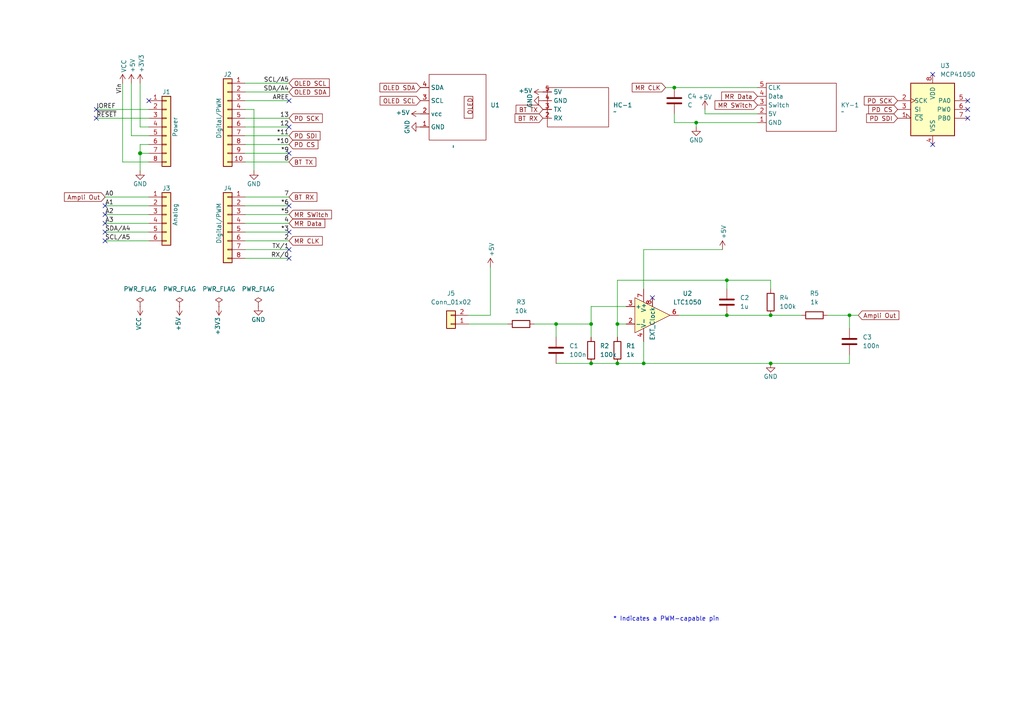
<source format=kicad_sch>
(kicad_sch
	(version 20231120)
	(generator "eeschema")
	(generator_version "8.0")
	(uuid "e63e39d7-6ac0-4ffd-8aa3-1841a4541b55")
	(paper "A4")
	(title_block
		(date "mar. 31 mars 2015")
	)
	(lib_symbols
		(symbol "Connector_Generic:Conn_01x02"
			(pin_names
				(offset 1.016) hide)
			(exclude_from_sim no)
			(in_bom yes)
			(on_board yes)
			(property "Reference" "J"
				(at 0 2.54 0)
				(effects
					(font
						(size 1.27 1.27)
					)
				)
			)
			(property "Value" "Conn_01x02"
				(at 0 -5.08 0)
				(effects
					(font
						(size 1.27 1.27)
					)
				)
			)
			(property "Footprint" ""
				(at 0 0 0)
				(effects
					(font
						(size 1.27 1.27)
					)
					(hide yes)
				)
			)
			(property "Datasheet" "~"
				(at 0 0 0)
				(effects
					(font
						(size 1.27 1.27)
					)
					(hide yes)
				)
			)
			(property "Description" "Generic connector, single row, 01x02, script generated (kicad-library-utils/schlib/autogen/connector/)"
				(at 0 0 0)
				(effects
					(font
						(size 1.27 1.27)
					)
					(hide yes)
				)
			)
			(property "ki_keywords" "connector"
				(at 0 0 0)
				(effects
					(font
						(size 1.27 1.27)
					)
					(hide yes)
				)
			)
			(property "ki_fp_filters" "Connector*:*_1x??_*"
				(at 0 0 0)
				(effects
					(font
						(size 1.27 1.27)
					)
					(hide yes)
				)
			)
			(symbol "Conn_01x02_1_1"
				(rectangle
					(start -1.27 -2.413)
					(end 0 -2.667)
					(stroke
						(width 0.1524)
						(type default)
					)
					(fill
						(type none)
					)
				)
				(rectangle
					(start -1.27 0.127)
					(end 0 -0.127)
					(stroke
						(width 0.1524)
						(type default)
					)
					(fill
						(type none)
					)
				)
				(rectangle
					(start -1.27 1.27)
					(end 1.27 -3.81)
					(stroke
						(width 0.254)
						(type default)
					)
					(fill
						(type background)
					)
				)
				(pin passive line
					(at -5.08 0 0)
					(length 3.81)
					(name "Pin_1"
						(effects
							(font
								(size 1.27 1.27)
							)
						)
					)
					(number "1"
						(effects
							(font
								(size 1.27 1.27)
							)
						)
					)
				)
				(pin passive line
					(at -5.08 -2.54 0)
					(length 3.81)
					(name "Pin_2"
						(effects
							(font
								(size 1.27 1.27)
							)
						)
					)
					(number "2"
						(effects
							(font
								(size 1.27 1.27)
							)
						)
					)
				)
			)
		)
		(symbol "Connector_Generic:Conn_01x06"
			(pin_names
				(offset 1.016) hide)
			(exclude_from_sim no)
			(in_bom yes)
			(on_board yes)
			(property "Reference" "J"
				(at 0 7.62 0)
				(effects
					(font
						(size 1.27 1.27)
					)
				)
			)
			(property "Value" "Conn_01x06"
				(at 0 -10.16 0)
				(effects
					(font
						(size 1.27 1.27)
					)
				)
			)
			(property "Footprint" ""
				(at 0 0 0)
				(effects
					(font
						(size 1.27 1.27)
					)
					(hide yes)
				)
			)
			(property "Datasheet" "~"
				(at 0 0 0)
				(effects
					(font
						(size 1.27 1.27)
					)
					(hide yes)
				)
			)
			(property "Description" "Generic connector, single row, 01x06, script generated (kicad-library-utils/schlib/autogen/connector/)"
				(at 0 0 0)
				(effects
					(font
						(size 1.27 1.27)
					)
					(hide yes)
				)
			)
			(property "ki_keywords" "connector"
				(at 0 0 0)
				(effects
					(font
						(size 1.27 1.27)
					)
					(hide yes)
				)
			)
			(property "ki_fp_filters" "Connector*:*_1x??_*"
				(at 0 0 0)
				(effects
					(font
						(size 1.27 1.27)
					)
					(hide yes)
				)
			)
			(symbol "Conn_01x06_1_1"
				(rectangle
					(start -1.27 -7.493)
					(end 0 -7.747)
					(stroke
						(width 0.1524)
						(type default)
					)
					(fill
						(type none)
					)
				)
				(rectangle
					(start -1.27 -4.953)
					(end 0 -5.207)
					(stroke
						(width 0.1524)
						(type default)
					)
					(fill
						(type none)
					)
				)
				(rectangle
					(start -1.27 -2.413)
					(end 0 -2.667)
					(stroke
						(width 0.1524)
						(type default)
					)
					(fill
						(type none)
					)
				)
				(rectangle
					(start -1.27 0.127)
					(end 0 -0.127)
					(stroke
						(width 0.1524)
						(type default)
					)
					(fill
						(type none)
					)
				)
				(rectangle
					(start -1.27 2.667)
					(end 0 2.413)
					(stroke
						(width 0.1524)
						(type default)
					)
					(fill
						(type none)
					)
				)
				(rectangle
					(start -1.27 5.207)
					(end 0 4.953)
					(stroke
						(width 0.1524)
						(type default)
					)
					(fill
						(type none)
					)
				)
				(rectangle
					(start -1.27 6.35)
					(end 1.27 -8.89)
					(stroke
						(width 0.254)
						(type default)
					)
					(fill
						(type background)
					)
				)
				(pin passive line
					(at -5.08 5.08 0)
					(length 3.81)
					(name "Pin_1"
						(effects
							(font
								(size 1.27 1.27)
							)
						)
					)
					(number "1"
						(effects
							(font
								(size 1.27 1.27)
							)
						)
					)
				)
				(pin passive line
					(at -5.08 2.54 0)
					(length 3.81)
					(name "Pin_2"
						(effects
							(font
								(size 1.27 1.27)
							)
						)
					)
					(number "2"
						(effects
							(font
								(size 1.27 1.27)
							)
						)
					)
				)
				(pin passive line
					(at -5.08 0 0)
					(length 3.81)
					(name "Pin_3"
						(effects
							(font
								(size 1.27 1.27)
							)
						)
					)
					(number "3"
						(effects
							(font
								(size 1.27 1.27)
							)
						)
					)
				)
				(pin passive line
					(at -5.08 -2.54 0)
					(length 3.81)
					(name "Pin_4"
						(effects
							(font
								(size 1.27 1.27)
							)
						)
					)
					(number "4"
						(effects
							(font
								(size 1.27 1.27)
							)
						)
					)
				)
				(pin passive line
					(at -5.08 -5.08 0)
					(length 3.81)
					(name "Pin_5"
						(effects
							(font
								(size 1.27 1.27)
							)
						)
					)
					(number "5"
						(effects
							(font
								(size 1.27 1.27)
							)
						)
					)
				)
				(pin passive line
					(at -5.08 -7.62 0)
					(length 3.81)
					(name "Pin_6"
						(effects
							(font
								(size 1.27 1.27)
							)
						)
					)
					(number "6"
						(effects
							(font
								(size 1.27 1.27)
							)
						)
					)
				)
			)
		)
		(symbol "Connector_Generic:Conn_01x08"
			(pin_names
				(offset 1.016) hide)
			(exclude_from_sim no)
			(in_bom yes)
			(on_board yes)
			(property "Reference" "J"
				(at 0 10.16 0)
				(effects
					(font
						(size 1.27 1.27)
					)
				)
			)
			(property "Value" "Conn_01x08"
				(at 0 -12.7 0)
				(effects
					(font
						(size 1.27 1.27)
					)
				)
			)
			(property "Footprint" ""
				(at 0 0 0)
				(effects
					(font
						(size 1.27 1.27)
					)
					(hide yes)
				)
			)
			(property "Datasheet" "~"
				(at 0 0 0)
				(effects
					(font
						(size 1.27 1.27)
					)
					(hide yes)
				)
			)
			(property "Description" "Generic connector, single row, 01x08, script generated (kicad-library-utils/schlib/autogen/connector/)"
				(at 0 0 0)
				(effects
					(font
						(size 1.27 1.27)
					)
					(hide yes)
				)
			)
			(property "ki_keywords" "connector"
				(at 0 0 0)
				(effects
					(font
						(size 1.27 1.27)
					)
					(hide yes)
				)
			)
			(property "ki_fp_filters" "Connector*:*_1x??_*"
				(at 0 0 0)
				(effects
					(font
						(size 1.27 1.27)
					)
					(hide yes)
				)
			)
			(symbol "Conn_01x08_1_1"
				(rectangle
					(start -1.27 -10.033)
					(end 0 -10.287)
					(stroke
						(width 0.1524)
						(type default)
					)
					(fill
						(type none)
					)
				)
				(rectangle
					(start -1.27 -7.493)
					(end 0 -7.747)
					(stroke
						(width 0.1524)
						(type default)
					)
					(fill
						(type none)
					)
				)
				(rectangle
					(start -1.27 -4.953)
					(end 0 -5.207)
					(stroke
						(width 0.1524)
						(type default)
					)
					(fill
						(type none)
					)
				)
				(rectangle
					(start -1.27 -2.413)
					(end 0 -2.667)
					(stroke
						(width 0.1524)
						(type default)
					)
					(fill
						(type none)
					)
				)
				(rectangle
					(start -1.27 0.127)
					(end 0 -0.127)
					(stroke
						(width 0.1524)
						(type default)
					)
					(fill
						(type none)
					)
				)
				(rectangle
					(start -1.27 2.667)
					(end 0 2.413)
					(stroke
						(width 0.1524)
						(type default)
					)
					(fill
						(type none)
					)
				)
				(rectangle
					(start -1.27 5.207)
					(end 0 4.953)
					(stroke
						(width 0.1524)
						(type default)
					)
					(fill
						(type none)
					)
				)
				(rectangle
					(start -1.27 7.747)
					(end 0 7.493)
					(stroke
						(width 0.1524)
						(type default)
					)
					(fill
						(type none)
					)
				)
				(rectangle
					(start -1.27 8.89)
					(end 1.27 -11.43)
					(stroke
						(width 0.254)
						(type default)
					)
					(fill
						(type background)
					)
				)
				(pin passive line
					(at -5.08 7.62 0)
					(length 3.81)
					(name "Pin_1"
						(effects
							(font
								(size 1.27 1.27)
							)
						)
					)
					(number "1"
						(effects
							(font
								(size 1.27 1.27)
							)
						)
					)
				)
				(pin passive line
					(at -5.08 5.08 0)
					(length 3.81)
					(name "Pin_2"
						(effects
							(font
								(size 1.27 1.27)
							)
						)
					)
					(number "2"
						(effects
							(font
								(size 1.27 1.27)
							)
						)
					)
				)
				(pin passive line
					(at -5.08 2.54 0)
					(length 3.81)
					(name "Pin_3"
						(effects
							(font
								(size 1.27 1.27)
							)
						)
					)
					(number "3"
						(effects
							(font
								(size 1.27 1.27)
							)
						)
					)
				)
				(pin passive line
					(at -5.08 0 0)
					(length 3.81)
					(name "Pin_4"
						(effects
							(font
								(size 1.27 1.27)
							)
						)
					)
					(number "4"
						(effects
							(font
								(size 1.27 1.27)
							)
						)
					)
				)
				(pin passive line
					(at -5.08 -2.54 0)
					(length 3.81)
					(name "Pin_5"
						(effects
							(font
								(size 1.27 1.27)
							)
						)
					)
					(number "5"
						(effects
							(font
								(size 1.27 1.27)
							)
						)
					)
				)
				(pin passive line
					(at -5.08 -5.08 0)
					(length 3.81)
					(name "Pin_6"
						(effects
							(font
								(size 1.27 1.27)
							)
						)
					)
					(number "6"
						(effects
							(font
								(size 1.27 1.27)
							)
						)
					)
				)
				(pin passive line
					(at -5.08 -7.62 0)
					(length 3.81)
					(name "Pin_7"
						(effects
							(font
								(size 1.27 1.27)
							)
						)
					)
					(number "7"
						(effects
							(font
								(size 1.27 1.27)
							)
						)
					)
				)
				(pin passive line
					(at -5.08 -10.16 0)
					(length 3.81)
					(name "Pin_8"
						(effects
							(font
								(size 1.27 1.27)
							)
						)
					)
					(number "8"
						(effects
							(font
								(size 1.27 1.27)
							)
						)
					)
				)
			)
		)
		(symbol "Connector_Generic:Conn_01x10"
			(pin_names
				(offset 1.016) hide)
			(exclude_from_sim no)
			(in_bom yes)
			(on_board yes)
			(property "Reference" "J"
				(at 0 12.7 0)
				(effects
					(font
						(size 1.27 1.27)
					)
				)
			)
			(property "Value" "Conn_01x10"
				(at 0 -15.24 0)
				(effects
					(font
						(size 1.27 1.27)
					)
				)
			)
			(property "Footprint" ""
				(at 0 0 0)
				(effects
					(font
						(size 1.27 1.27)
					)
					(hide yes)
				)
			)
			(property "Datasheet" "~"
				(at 0 0 0)
				(effects
					(font
						(size 1.27 1.27)
					)
					(hide yes)
				)
			)
			(property "Description" "Generic connector, single row, 01x10, script generated (kicad-library-utils/schlib/autogen/connector/)"
				(at 0 0 0)
				(effects
					(font
						(size 1.27 1.27)
					)
					(hide yes)
				)
			)
			(property "ki_keywords" "connector"
				(at 0 0 0)
				(effects
					(font
						(size 1.27 1.27)
					)
					(hide yes)
				)
			)
			(property "ki_fp_filters" "Connector*:*_1x??_*"
				(at 0 0 0)
				(effects
					(font
						(size 1.27 1.27)
					)
					(hide yes)
				)
			)
			(symbol "Conn_01x10_1_1"
				(rectangle
					(start -1.27 -12.573)
					(end 0 -12.827)
					(stroke
						(width 0.1524)
						(type default)
					)
					(fill
						(type none)
					)
				)
				(rectangle
					(start -1.27 -10.033)
					(end 0 -10.287)
					(stroke
						(width 0.1524)
						(type default)
					)
					(fill
						(type none)
					)
				)
				(rectangle
					(start -1.27 -7.493)
					(end 0 -7.747)
					(stroke
						(width 0.1524)
						(type default)
					)
					(fill
						(type none)
					)
				)
				(rectangle
					(start -1.27 -4.953)
					(end 0 -5.207)
					(stroke
						(width 0.1524)
						(type default)
					)
					(fill
						(type none)
					)
				)
				(rectangle
					(start -1.27 -2.413)
					(end 0 -2.667)
					(stroke
						(width 0.1524)
						(type default)
					)
					(fill
						(type none)
					)
				)
				(rectangle
					(start -1.27 0.127)
					(end 0 -0.127)
					(stroke
						(width 0.1524)
						(type default)
					)
					(fill
						(type none)
					)
				)
				(rectangle
					(start -1.27 2.667)
					(end 0 2.413)
					(stroke
						(width 0.1524)
						(type default)
					)
					(fill
						(type none)
					)
				)
				(rectangle
					(start -1.27 5.207)
					(end 0 4.953)
					(stroke
						(width 0.1524)
						(type default)
					)
					(fill
						(type none)
					)
				)
				(rectangle
					(start -1.27 7.747)
					(end 0 7.493)
					(stroke
						(width 0.1524)
						(type default)
					)
					(fill
						(type none)
					)
				)
				(rectangle
					(start -1.27 10.287)
					(end 0 10.033)
					(stroke
						(width 0.1524)
						(type default)
					)
					(fill
						(type none)
					)
				)
				(rectangle
					(start -1.27 11.43)
					(end 1.27 -13.97)
					(stroke
						(width 0.254)
						(type default)
					)
					(fill
						(type background)
					)
				)
				(pin passive line
					(at -5.08 10.16 0)
					(length 3.81)
					(name "Pin_1"
						(effects
							(font
								(size 1.27 1.27)
							)
						)
					)
					(number "1"
						(effects
							(font
								(size 1.27 1.27)
							)
						)
					)
				)
				(pin passive line
					(at -5.08 -12.7 0)
					(length 3.81)
					(name "Pin_10"
						(effects
							(font
								(size 1.27 1.27)
							)
						)
					)
					(number "10"
						(effects
							(font
								(size 1.27 1.27)
							)
						)
					)
				)
				(pin passive line
					(at -5.08 7.62 0)
					(length 3.81)
					(name "Pin_2"
						(effects
							(font
								(size 1.27 1.27)
							)
						)
					)
					(number "2"
						(effects
							(font
								(size 1.27 1.27)
							)
						)
					)
				)
				(pin passive line
					(at -5.08 5.08 0)
					(length 3.81)
					(name "Pin_3"
						(effects
							(font
								(size 1.27 1.27)
							)
						)
					)
					(number "3"
						(effects
							(font
								(size 1.27 1.27)
							)
						)
					)
				)
				(pin passive line
					(at -5.08 2.54 0)
					(length 3.81)
					(name "Pin_4"
						(effects
							(font
								(size 1.27 1.27)
							)
						)
					)
					(number "4"
						(effects
							(font
								(size 1.27 1.27)
							)
						)
					)
				)
				(pin passive line
					(at -5.08 0 0)
					(length 3.81)
					(name "Pin_5"
						(effects
							(font
								(size 1.27 1.27)
							)
						)
					)
					(number "5"
						(effects
							(font
								(size 1.27 1.27)
							)
						)
					)
				)
				(pin passive line
					(at -5.08 -2.54 0)
					(length 3.81)
					(name "Pin_6"
						(effects
							(font
								(size 1.27 1.27)
							)
						)
					)
					(number "6"
						(effects
							(font
								(size 1.27 1.27)
							)
						)
					)
				)
				(pin passive line
					(at -5.08 -5.08 0)
					(length 3.81)
					(name "Pin_7"
						(effects
							(font
								(size 1.27 1.27)
							)
						)
					)
					(number "7"
						(effects
							(font
								(size 1.27 1.27)
							)
						)
					)
				)
				(pin passive line
					(at -5.08 -7.62 0)
					(length 3.81)
					(name "Pin_8"
						(effects
							(font
								(size 1.27 1.27)
							)
						)
					)
					(number "8"
						(effects
							(font
								(size 1.27 1.27)
							)
						)
					)
				)
				(pin passive line
					(at -5.08 -10.16 0)
					(length 3.81)
					(name "Pin_9"
						(effects
							(font
								(size 1.27 1.27)
							)
						)
					)
					(number "9"
						(effects
							(font
								(size 1.27 1.27)
							)
						)
					)
				)
			)
		)
		(symbol "Device:C"
			(pin_numbers hide)
			(pin_names
				(offset 0.254)
			)
			(exclude_from_sim no)
			(in_bom yes)
			(on_board yes)
			(property "Reference" "C"
				(at 0.635 2.54 0)
				(effects
					(font
						(size 1.27 1.27)
					)
					(justify left)
				)
			)
			(property "Value" "C"
				(at 0.635 -2.54 0)
				(effects
					(font
						(size 1.27 1.27)
					)
					(justify left)
				)
			)
			(property "Footprint" ""
				(at 0.9652 -3.81 0)
				(effects
					(font
						(size 1.27 1.27)
					)
					(hide yes)
				)
			)
			(property "Datasheet" "~"
				(at 0 0 0)
				(effects
					(font
						(size 1.27 1.27)
					)
					(hide yes)
				)
			)
			(property "Description" "Unpolarized capacitor"
				(at 0 0 0)
				(effects
					(font
						(size 1.27 1.27)
					)
					(hide yes)
				)
			)
			(property "ki_keywords" "cap capacitor"
				(at 0 0 0)
				(effects
					(font
						(size 1.27 1.27)
					)
					(hide yes)
				)
			)
			(property "ki_fp_filters" "C_*"
				(at 0 0 0)
				(effects
					(font
						(size 1.27 1.27)
					)
					(hide yes)
				)
			)
			(symbol "C_0_1"
				(polyline
					(pts
						(xy -2.032 -0.762) (xy 2.032 -0.762)
					)
					(stroke
						(width 0.508)
						(type default)
					)
					(fill
						(type none)
					)
				)
				(polyline
					(pts
						(xy -2.032 0.762) (xy 2.032 0.762)
					)
					(stroke
						(width 0.508)
						(type default)
					)
					(fill
						(type none)
					)
				)
			)
			(symbol "C_1_1"
				(pin passive line
					(at 0 3.81 270)
					(length 2.794)
					(name "~"
						(effects
							(font
								(size 1.27 1.27)
							)
						)
					)
					(number "1"
						(effects
							(font
								(size 1.27 1.27)
							)
						)
					)
				)
				(pin passive line
					(at 0 -3.81 90)
					(length 2.794)
					(name "~"
						(effects
							(font
								(size 1.27 1.27)
							)
						)
					)
					(number "2"
						(effects
							(font
								(size 1.27 1.27)
							)
						)
					)
				)
			)
		)
		(symbol "Device:R"
			(pin_numbers hide)
			(pin_names
				(offset 0)
			)
			(exclude_from_sim no)
			(in_bom yes)
			(on_board yes)
			(property "Reference" "R"
				(at 2.032 0 90)
				(effects
					(font
						(size 1.27 1.27)
					)
				)
			)
			(property "Value" "R"
				(at 0 0 90)
				(effects
					(font
						(size 1.27 1.27)
					)
				)
			)
			(property "Footprint" ""
				(at -1.778 0 90)
				(effects
					(font
						(size 1.27 1.27)
					)
					(hide yes)
				)
			)
			(property "Datasheet" "~"
				(at 0 0 0)
				(effects
					(font
						(size 1.27 1.27)
					)
					(hide yes)
				)
			)
			(property "Description" "Resistor"
				(at 0 0 0)
				(effects
					(font
						(size 1.27 1.27)
					)
					(hide yes)
				)
			)
			(property "ki_keywords" "R res resistor"
				(at 0 0 0)
				(effects
					(font
						(size 1.27 1.27)
					)
					(hide yes)
				)
			)
			(property "ki_fp_filters" "R_*"
				(at 0 0 0)
				(effects
					(font
						(size 1.27 1.27)
					)
					(hide yes)
				)
			)
			(symbol "R_0_1"
				(rectangle
					(start -1.016 -2.54)
					(end 1.016 2.54)
					(stroke
						(width 0.254)
						(type default)
					)
					(fill
						(type none)
					)
				)
			)
			(symbol "R_1_1"
				(pin passive line
					(at 0 3.81 270)
					(length 1.27)
					(name "~"
						(effects
							(font
								(size 1.27 1.27)
							)
						)
					)
					(number "1"
						(effects
							(font
								(size 1.27 1.27)
							)
						)
					)
				)
				(pin passive line
					(at 0 -3.81 90)
					(length 1.27)
					(name "~"
						(effects
							(font
								(size 1.27 1.27)
							)
						)
					)
					(number "2"
						(effects
							(font
								(size 1.27 1.27)
							)
						)
					)
				)
			)
		)
		(symbol "Lib graphite:OP1177AR"
			(pin_names
				(offset 0.127)
			)
			(exclude_from_sim no)
			(in_bom yes)
			(on_board yes)
			(property "Reference" "U2"
				(at 10.16 6.3186 0)
				(effects
					(font
						(size 1.27 1.27)
					)
				)
			)
			(property "Value" "LTC1050"
				(at 10.16 3.7786 0)
				(effects
					(font
						(size 1.27 1.27)
					)
				)
			)
			(property "Footprint" "Package_DIP:DIP-8_W7.62mm"
				(at 0 -7.62 0)
				(effects
					(font
						(size 1.27 1.27)
					)
					(hide yes)
				)
			)
			(property "Datasheet" "https://www.analog.com/media/en/technical-documentation/data-sheets/OP1177_2177_4177.pdf"
				(at 0 0 0)
				(effects
					(font
						(size 1.27 1.27)
					)
					(hide yes)
				)
			)
			(property "Description" "Precision Low Noise, Low Input Bias Current Operational Amplifier, SOIC-8"
				(at 0 0 0)
				(effects
					(font
						(size 1.27 1.27)
					)
					(hide yes)
				)
			)
			(property "ki_keywords" "single operational amplifier"
				(at 0 0 0)
				(effects
					(font
						(size 1.27 1.27)
					)
					(hide yes)
				)
			)
			(property "ki_fp_filters" "SOIC*3.9x4.9mm*P1.27mm*"
				(at 0 0 0)
				(effects
					(font
						(size 1.27 1.27)
					)
					(hide yes)
				)
			)
			(symbol "OP1177AR_0_1"
				(polyline
					(pts
						(xy -5.08 5.08) (xy -5.08 -5.08) (xy 5.08 0) (xy -5.08 5.08)
					)
					(stroke
						(width 0)
						(type default)
					)
					(fill
						(type background)
					)
				)
			)
			(symbol "OP1177AR_1_1"
				(pin no_connect line
					(at -5.08 0 0)
					(length 3.81) hide
					(name "NC"
						(effects
							(font
								(size 1.27 1.27)
							)
						)
					)
					(number "1"
						(effects
							(font
								(size 1.27 1.27)
							)
						)
					)
				)
				(pin input line
					(at -7.62 -2.54 0)
					(length 2.54)
					(name "-"
						(effects
							(font
								(size 1.27 1.27)
							)
						)
					)
					(number "2"
						(effects
							(font
								(size 1.27 1.27)
							)
						)
					)
				)
				(pin input line
					(at -7.62 2.54 0)
					(length 2.54)
					(name "+"
						(effects
							(font
								(size 1.27 1.27)
							)
						)
					)
					(number "3"
						(effects
							(font
								(size 1.27 1.27)
							)
						)
					)
				)
				(pin power_in line
					(at -2.54 -7.62 90)
					(length 3.81)
					(name "V-"
						(effects
							(font
								(size 1.27 1.27)
							)
						)
					)
					(number "4"
						(effects
							(font
								(size 1.27 1.27)
							)
						)
					)
				)
				(pin no_connect line
					(at 0 -2.54 90)
					(length 3.81) hide
					(name "EXT"
						(effects
							(font
								(size 1.27 1.27)
							)
						)
					)
					(number "5"
						(effects
							(font
								(size 1.27 1.27)
							)
						)
					)
				)
				(pin output line
					(at 7.62 0 180)
					(length 2.54)
					(name "~"
						(effects
							(font
								(size 1.27 1.27)
							)
						)
					)
					(number "6"
						(effects
							(font
								(size 1.27 1.27)
							)
						)
					)
				)
				(pin power_in line
					(at -2.54 7.62 270)
					(length 3.81)
					(name "V+"
						(effects
							(font
								(size 1.27 1.27)
							)
						)
					)
					(number "7"
						(effects
							(font
								(size 1.27 1.27)
							)
						)
					)
				)
				(pin input line
					(at 0 5.08 270)
					(length 2.54)
					(name "EXT_Clock"
						(effects
							(font
								(size 1.27 1.27)
							)
						)
					)
					(number "8"
						(effects
							(font
								(size 1.27 1.27)
							)
						)
					)
				)
				(pin no_connect line
					(at 0 2.54 270)
					(length 3.81) hide
					(name "NC"
						(effects
							(font
								(size 1.27 1.27)
							)
						)
					)
					(number "8"
						(effects
							(font
								(size 1.27 1.27)
							)
						)
					)
				)
			)
		)
		(symbol "Potentiometer_Digital:MCP41050"
			(pin_names
				(offset 1.016)
			)
			(exclude_from_sim no)
			(in_bom yes)
			(on_board yes)
			(property "Reference" "U"
				(at -6.35 8.89 0)
				(effects
					(font
						(size 1.27 1.27)
					)
					(justify left)
				)
			)
			(property "Value" "MCP41050"
				(at 1.27 8.89 0)
				(effects
					(font
						(size 1.27 1.27)
					)
					(justify left)
				)
			)
			(property "Footprint" ""
				(at 0 0 0)
				(effects
					(font
						(size 1.27 1.27)
					)
					(hide yes)
				)
			)
			(property "Datasheet" "http://ww1.microchip.com/downloads/en/DeviceDoc/11195c.pdf"
				(at 0 0 0)
				(effects
					(font
						(size 1.27 1.27)
					)
					(hide yes)
				)
			)
			(property "Description" "Single Digital Potentiometer, SPI interface, 256 taps, 50 kohm"
				(at 0 0 0)
				(effects
					(font
						(size 1.27 1.27)
					)
					(hide yes)
				)
			)
			(property "ki_keywords" "R POT"
				(at 0 0 0)
				(effects
					(font
						(size 1.27 1.27)
					)
					(hide yes)
				)
			)
			(property "ki_fp_filters" "DIP*W7.62mm* SOIC*P1.27mm*"
				(at 0 0 0)
				(effects
					(font
						(size 1.27 1.27)
					)
					(hide yes)
				)
			)
			(symbol "MCP41050_0_1"
				(rectangle
					(start -6.35 7.62)
					(end 6.35 -7.62)
					(stroke
						(width 0.254)
						(type default)
					)
					(fill
						(type background)
					)
				)
			)
			(symbol "MCP41050_1_1"
				(pin input input_low
					(at -10.16 -2.54 0)
					(length 3.81)
					(name "~{CS}"
						(effects
							(font
								(size 1.27 1.27)
							)
						)
					)
					(number "1"
						(effects
							(font
								(size 1.27 1.27)
							)
						)
					)
				)
				(pin passive clock
					(at -10.16 2.54 0)
					(length 3.81)
					(name "SCK"
						(effects
							(font
								(size 1.27 1.27)
							)
						)
					)
					(number "2"
						(effects
							(font
								(size 1.27 1.27)
							)
						)
					)
				)
				(pin input line
					(at -10.16 0 0)
					(length 3.81)
					(name "SI"
						(effects
							(font
								(size 1.27 1.27)
							)
						)
					)
					(number "3"
						(effects
							(font
								(size 1.27 1.27)
							)
						)
					)
				)
				(pin power_in line
					(at 0 -10.16 90)
					(length 2.54)
					(name "VSS"
						(effects
							(font
								(size 1.27 1.27)
							)
						)
					)
					(number "4"
						(effects
							(font
								(size 1.27 1.27)
							)
						)
					)
				)
				(pin passive line
					(at 10.16 2.54 180)
					(length 3.81)
					(name "PA0"
						(effects
							(font
								(size 1.27 1.27)
							)
						)
					)
					(number "5"
						(effects
							(font
								(size 1.27 1.27)
							)
						)
					)
				)
				(pin passive line
					(at 10.16 0 180)
					(length 3.81)
					(name "PW0"
						(effects
							(font
								(size 1.27 1.27)
							)
						)
					)
					(number "6"
						(effects
							(font
								(size 1.27 1.27)
							)
						)
					)
				)
				(pin passive line
					(at 10.16 -2.54 180)
					(length 3.81)
					(name "PB0"
						(effects
							(font
								(size 1.27 1.27)
							)
						)
					)
					(number "7"
						(effects
							(font
								(size 1.27 1.27)
							)
						)
					)
				)
				(pin power_in line
					(at 0 10.16 270)
					(length 2.54)
					(name "VDD"
						(effects
							(font
								(size 1.27 1.27)
							)
						)
					)
					(number "8"
						(effects
							(font
								(size 1.27 1.27)
							)
						)
					)
				)
			)
		)
		(symbol "ma lib graphite coubeh:Module_Bluetooth"
			(exclude_from_sim no)
			(in_bom yes)
			(on_board yes)
			(property "Reference" "HC-05"
				(at 0.508 -9.906 0)
				(effects
					(font
						(size 1.27 1.27)
					)
				)
			)
			(property "Value" ""
				(at 0 0 0)
				(effects
					(font
						(size 1.27 1.27)
					)
				)
			)
			(property "Footprint" ""
				(at 0 0 0)
				(effects
					(font
						(size 1.27 1.27)
					)
					(hide yes)
				)
			)
			(property "Datasheet" ""
				(at 0 0 0)
				(effects
					(font
						(size 1.27 1.27)
					)
					(hide yes)
				)
			)
			(property "Description" ""
				(at 0 0 0)
				(effects
					(font
						(size 1.27 1.27)
					)
					(hide yes)
				)
			)
			(symbol "Module_Bluetooth_0_1"
				(rectangle
					(start -21.59 -3.81)
					(end -3.81 -15.24)
					(stroke
						(width 0)
						(type default)
					)
					(fill
						(type none)
					)
				)
			)
			(symbol "Module_Bluetooth_1_1"
				(pin input line
					(at -22.86 -12.7 0)
					(length 2.54)
					(name "RX"
						(effects
							(font
								(size 1.27 1.27)
							)
						)
					)
					(number "2"
						(effects
							(font
								(size 1.27 1.27)
							)
						)
					)
				)
				(pin input line
					(at -22.86 -10.16 0)
					(length 2.54)
					(name "TX"
						(effects
							(font
								(size 1.27 1.27)
							)
						)
					)
					(number "3"
						(effects
							(font
								(size 1.27 1.27)
							)
						)
					)
				)
				(pin input line
					(at -22.86 -7.62 0)
					(length 2.54)
					(name "GND"
						(effects
							(font
								(size 1.27 1.27)
							)
						)
					)
					(number "4"
						(effects
							(font
								(size 1.27 1.27)
							)
						)
					)
				)
				(pin input line
					(at -22.86 -5.08 0)
					(length 2.54)
					(name "5V"
						(effects
							(font
								(size 1.27 1.27)
							)
						)
					)
					(number "5"
						(effects
							(font
								(size 1.27 1.27)
							)
						)
					)
				)
			)
		)
		(symbol "ma lib graphite coubeh:Module_Rotatoire"
			(exclude_from_sim no)
			(in_bom yes)
			(on_board yes)
			(property "Reference" "KY-040"
				(at 14.478 -1.016 0)
				(effects
					(font
						(size 1.27 1.27)
					)
				)
			)
			(property "Value" ""
				(at 0 0 0)
				(effects
					(font
						(size 1.27 1.27)
					)
				)
			)
			(property "Footprint" ""
				(at 0 0 0)
				(effects
					(font
						(size 1.27 1.27)
					)
					(hide yes)
				)
			)
			(property "Datasheet" ""
				(at 0 0 0)
				(effects
					(font
						(size 1.27 1.27)
					)
					(hide yes)
				)
			)
			(property "Description" ""
				(at 0 0 0)
				(effects
					(font
						(size 1.27 1.27)
					)
					(hide yes)
				)
			)
			(symbol "Module_Rotatoire_0_1"
				(rectangle
					(start -10.16 6.35)
					(end 10.16 -7.62)
					(stroke
						(width 0)
						(type default)
					)
					(fill
						(type none)
					)
				)
			)
			(symbol "Module_Rotatoire_1_1"
				(pin input line
					(at -12.7 -5.08 0)
					(length 2.54)
					(name "GND"
						(effects
							(font
								(size 1.27 1.27)
							)
						)
					)
					(number "1"
						(effects
							(font
								(size 1.27 1.27)
							)
						)
					)
				)
				(pin input line
					(at -12.7 -2.54 0)
					(length 2.54)
					(name "5V"
						(effects
							(font
								(size 1.27 1.27)
							)
						)
					)
					(number "2"
						(effects
							(font
								(size 1.27 1.27)
							)
						)
					)
				)
				(pin input line
					(at -12.7 0 0)
					(length 2.54)
					(name "Switch"
						(effects
							(font
								(size 1.27 1.27)
							)
						)
					)
					(number "3"
						(effects
							(font
								(size 1.27 1.27)
							)
						)
					)
				)
				(pin input line
					(at -12.7 2.54 0)
					(length 2.54)
					(name "Data"
						(effects
							(font
								(size 1.27 1.27)
							)
						)
					)
					(number "4"
						(effects
							(font
								(size 1.27 1.27)
							)
						)
					)
				)
				(pin input line
					(at -12.7 5.08 0)
					(length 2.54)
					(name "CLK"
						(effects
							(font
								(size 1.27 1.27)
							)
						)
					)
					(number "5"
						(effects
							(font
								(size 1.27 1.27)
							)
						)
					)
				)
			)
		)
		(symbol "ma lib graphite coubeh:OLED_"
			(exclude_from_sim no)
			(in_bom yes)
			(on_board yes)
			(property "Reference" "U"
				(at -8.382 8.89 0)
				(effects
					(font
						(size 1.27 1.27)
					)
				)
			)
			(property "Value" ""
				(at 0 0 0)
				(effects
					(font
						(size 1.27 1.27)
					)
				)
			)
			(property "Footprint" ""
				(at 0 0 0)
				(effects
					(font
						(size 1.27 1.27)
					)
					(hide yes)
				)
			)
			(property "Datasheet" ""
				(at 0 0 0)
				(effects
					(font
						(size 1.27 1.27)
					)
					(hide yes)
				)
			)
			(property "Description" ""
				(at 0 0 0)
				(effects
					(font
						(size 1.27 1.27)
					)
					(hide yes)
				)
			)
			(symbol "OLED__0_1"
				(rectangle
					(start -17.78 16.51)
					(end 1.27 0)
					(stroke
						(width 0)
						(type default)
					)
					(fill
						(type none)
					)
				)
			)
			(symbol "OLED__1_1"
				(text_box "OLED"
					(at -11.43 12.7 0)
					(size 6.35 -2.54)
					(stroke
						(width 0)
						(type default)
					)
					(fill
						(type none)
					)
					(effects
						(font
							(size 1.27 1.27)
						)
						(justify left top)
					)
				)
				(pin input line
					(at -2.54 -2.54 90)
					(length 2.54)
					(name "GND"
						(effects
							(font
								(size 1.27 1.27)
							)
						)
					)
					(number "1"
						(effects
							(font
								(size 1.27 1.27)
							)
						)
					)
				)
				(pin input line
					(at -6.35 -2.54 90)
					(length 2.54)
					(name "vcc"
						(effects
							(font
								(size 1.27 1.27)
							)
						)
					)
					(number "2"
						(effects
							(font
								(size 1.27 1.27)
							)
						)
					)
				)
				(pin input line
					(at -10.16 -2.54 90)
					(length 2.54)
					(name "SCL"
						(effects
							(font
								(size 1.27 1.27)
							)
						)
					)
					(number "3"
						(effects
							(font
								(size 1.27 1.27)
							)
						)
					)
				)
				(pin input line
					(at -13.97 -2.54 90)
					(length 2.54)
					(name "SDA"
						(effects
							(font
								(size 1.27 1.27)
							)
						)
					)
					(number "4"
						(effects
							(font
								(size 1.27 1.27)
							)
						)
					)
				)
			)
		)
		(symbol "power:+3V3"
			(power)
			(pin_names
				(offset 0)
			)
			(exclude_from_sim no)
			(in_bom yes)
			(on_board yes)
			(property "Reference" "#PWR"
				(at 0 -3.81 0)
				(effects
					(font
						(size 1.27 1.27)
					)
					(hide yes)
				)
			)
			(property "Value" "+3V3"
				(at 0 3.556 0)
				(effects
					(font
						(size 1.27 1.27)
					)
				)
			)
			(property "Footprint" ""
				(at 0 0 0)
				(effects
					(font
						(size 1.27 1.27)
					)
					(hide yes)
				)
			)
			(property "Datasheet" ""
				(at 0 0 0)
				(effects
					(font
						(size 1.27 1.27)
					)
					(hide yes)
				)
			)
			(property "Description" "Power symbol creates a global label with name \"+3V3\""
				(at 0 0 0)
				(effects
					(font
						(size 1.27 1.27)
					)
					(hide yes)
				)
			)
			(property "ki_keywords" "power-flag"
				(at 0 0 0)
				(effects
					(font
						(size 1.27 1.27)
					)
					(hide yes)
				)
			)
			(symbol "+3V3_0_1"
				(polyline
					(pts
						(xy -0.762 1.27) (xy 0 2.54)
					)
					(stroke
						(width 0)
						(type default)
					)
					(fill
						(type none)
					)
				)
				(polyline
					(pts
						(xy 0 0) (xy 0 2.54)
					)
					(stroke
						(width 0)
						(type default)
					)
					(fill
						(type none)
					)
				)
				(polyline
					(pts
						(xy 0 2.54) (xy 0.762 1.27)
					)
					(stroke
						(width 0)
						(type default)
					)
					(fill
						(type none)
					)
				)
			)
			(symbol "+3V3_1_1"
				(pin power_in line
					(at 0 0 90)
					(length 0) hide
					(name "+3V3"
						(effects
							(font
								(size 1.27 1.27)
							)
						)
					)
					(number "1"
						(effects
							(font
								(size 1.27 1.27)
							)
						)
					)
				)
			)
		)
		(symbol "power:+5V"
			(power)
			(pin_names
				(offset 0)
			)
			(exclude_from_sim no)
			(in_bom yes)
			(on_board yes)
			(property "Reference" "#PWR"
				(at 0 -3.81 0)
				(effects
					(font
						(size 1.27 1.27)
					)
					(hide yes)
				)
			)
			(property "Value" "+5V"
				(at 0 3.556 0)
				(effects
					(font
						(size 1.27 1.27)
					)
				)
			)
			(property "Footprint" ""
				(at 0 0 0)
				(effects
					(font
						(size 1.27 1.27)
					)
					(hide yes)
				)
			)
			(property "Datasheet" ""
				(at 0 0 0)
				(effects
					(font
						(size 1.27 1.27)
					)
					(hide yes)
				)
			)
			(property "Description" "Power symbol creates a global label with name \"+5V\""
				(at 0 0 0)
				(effects
					(font
						(size 1.27 1.27)
					)
					(hide yes)
				)
			)
			(property "ki_keywords" "power-flag"
				(at 0 0 0)
				(effects
					(font
						(size 1.27 1.27)
					)
					(hide yes)
				)
			)
			(symbol "+5V_0_1"
				(polyline
					(pts
						(xy -0.762 1.27) (xy 0 2.54)
					)
					(stroke
						(width 0)
						(type default)
					)
					(fill
						(type none)
					)
				)
				(polyline
					(pts
						(xy 0 0) (xy 0 2.54)
					)
					(stroke
						(width 0)
						(type default)
					)
					(fill
						(type none)
					)
				)
				(polyline
					(pts
						(xy 0 2.54) (xy 0.762 1.27)
					)
					(stroke
						(width 0)
						(type default)
					)
					(fill
						(type none)
					)
				)
			)
			(symbol "+5V_1_1"
				(pin power_in line
					(at 0 0 90)
					(length 0) hide
					(name "+5V"
						(effects
							(font
								(size 1.27 1.27)
							)
						)
					)
					(number "1"
						(effects
							(font
								(size 1.27 1.27)
							)
						)
					)
				)
			)
		)
		(symbol "power:GND"
			(power)
			(pin_names
				(offset 0)
			)
			(exclude_from_sim no)
			(in_bom yes)
			(on_board yes)
			(property "Reference" "#PWR"
				(at 0 -6.35 0)
				(effects
					(font
						(size 1.27 1.27)
					)
					(hide yes)
				)
			)
			(property "Value" "GND"
				(at 0 -3.81 0)
				(effects
					(font
						(size 1.27 1.27)
					)
				)
			)
			(property "Footprint" ""
				(at 0 0 0)
				(effects
					(font
						(size 1.27 1.27)
					)
					(hide yes)
				)
			)
			(property "Datasheet" ""
				(at 0 0 0)
				(effects
					(font
						(size 1.27 1.27)
					)
					(hide yes)
				)
			)
			(property "Description" "Power symbol creates a global label with name \"GND\" , ground"
				(at 0 0 0)
				(effects
					(font
						(size 1.27 1.27)
					)
					(hide yes)
				)
			)
			(property "ki_keywords" "power-flag"
				(at 0 0 0)
				(effects
					(font
						(size 1.27 1.27)
					)
					(hide yes)
				)
			)
			(symbol "GND_0_1"
				(polyline
					(pts
						(xy 0 0) (xy 0 -1.27) (xy 1.27 -1.27) (xy 0 -2.54) (xy -1.27 -1.27) (xy 0 -1.27)
					)
					(stroke
						(width 0)
						(type default)
					)
					(fill
						(type none)
					)
				)
			)
			(symbol "GND_1_1"
				(pin power_in line
					(at 0 0 270)
					(length 0) hide
					(name "GND"
						(effects
							(font
								(size 1.27 1.27)
							)
						)
					)
					(number "1"
						(effects
							(font
								(size 1.27 1.27)
							)
						)
					)
				)
			)
		)
		(symbol "power:PWR_FLAG"
			(power)
			(pin_numbers hide)
			(pin_names
				(offset 0) hide)
			(exclude_from_sim no)
			(in_bom yes)
			(on_board yes)
			(property "Reference" "#FLG"
				(at 0 1.905 0)
				(effects
					(font
						(size 1.27 1.27)
					)
					(hide yes)
				)
			)
			(property "Value" "PWR_FLAG"
				(at 0 3.81 0)
				(effects
					(font
						(size 1.27 1.27)
					)
				)
			)
			(property "Footprint" ""
				(at 0 0 0)
				(effects
					(font
						(size 1.27 1.27)
					)
					(hide yes)
				)
			)
			(property "Datasheet" "~"
				(at 0 0 0)
				(effects
					(font
						(size 1.27 1.27)
					)
					(hide yes)
				)
			)
			(property "Description" "Special symbol for telling ERC where power comes from"
				(at 0 0 0)
				(effects
					(font
						(size 1.27 1.27)
					)
					(hide yes)
				)
			)
			(property "ki_keywords" "flag power"
				(at 0 0 0)
				(effects
					(font
						(size 1.27 1.27)
					)
					(hide yes)
				)
			)
			(symbol "PWR_FLAG_0_0"
				(pin power_out line
					(at 0 0 90)
					(length 0)
					(name "~"
						(effects
							(font
								(size 1.27 1.27)
							)
						)
					)
					(number "1"
						(effects
							(font
								(size 1.27 1.27)
							)
						)
					)
				)
			)
			(symbol "PWR_FLAG_0_1"
				(polyline
					(pts
						(xy 0 0) (xy 0 1.27) (xy -1.016 1.905) (xy 0 2.54) (xy 1.016 1.905) (xy 0 1.27)
					)
					(stroke
						(width 0)
						(type default)
					)
					(fill
						(type none)
					)
				)
			)
		)
		(symbol "power:VCC"
			(power)
			(pin_names
				(offset 0)
			)
			(exclude_from_sim no)
			(in_bom yes)
			(on_board yes)
			(property "Reference" "#PWR"
				(at 0 -3.81 0)
				(effects
					(font
						(size 1.27 1.27)
					)
					(hide yes)
				)
			)
			(property "Value" "VCC"
				(at 0 3.81 0)
				(effects
					(font
						(size 1.27 1.27)
					)
				)
			)
			(property "Footprint" ""
				(at 0 0 0)
				(effects
					(font
						(size 1.27 1.27)
					)
					(hide yes)
				)
			)
			(property "Datasheet" ""
				(at 0 0 0)
				(effects
					(font
						(size 1.27 1.27)
					)
					(hide yes)
				)
			)
			(property "Description" "Power symbol creates a global label with name \"VCC\""
				(at 0 0 0)
				(effects
					(font
						(size 1.27 1.27)
					)
					(hide yes)
				)
			)
			(property "ki_keywords" "power-flag"
				(at 0 0 0)
				(effects
					(font
						(size 1.27 1.27)
					)
					(hide yes)
				)
			)
			(symbol "VCC_0_1"
				(polyline
					(pts
						(xy -0.762 1.27) (xy 0 2.54)
					)
					(stroke
						(width 0)
						(type default)
					)
					(fill
						(type none)
					)
				)
				(polyline
					(pts
						(xy 0 0) (xy 0 2.54)
					)
					(stroke
						(width 0)
						(type default)
					)
					(fill
						(type none)
					)
				)
				(polyline
					(pts
						(xy 0 2.54) (xy 0.762 1.27)
					)
					(stroke
						(width 0)
						(type default)
					)
					(fill
						(type none)
					)
				)
			)
			(symbol "VCC_1_1"
				(pin power_in line
					(at 0 0 90)
					(length 0) hide
					(name "VCC"
						(effects
							(font
								(size 1.27 1.27)
							)
						)
					)
					(number "1"
						(effects
							(font
								(size 1.27 1.27)
							)
						)
					)
				)
			)
		)
	)
	(junction
		(at 210.82 81.28)
		(diameter 0)
		(color 0 0 0 0)
		(uuid "025dd642-99e8-457d-a488-f5c53b6938dd")
	)
	(junction
		(at 179.07 105.41)
		(diameter 0)
		(color 0 0 0 0)
		(uuid "187506ca-2cb8-47e0-97b1-a4951888508d")
	)
	(junction
		(at 223.52 105.41)
		(diameter 0)
		(color 0 0 0 0)
		(uuid "192afd95-3220-4458-b62c-a45d67a60cdd")
	)
	(junction
		(at 40.64 44.45)
		(diameter 1.016)
		(color 0 0 0 0)
		(uuid "3dcc657b-55a1-48e0-9667-e01e7b6b08b5")
	)
	(junction
		(at 210.82 91.44)
		(diameter 0)
		(color 0 0 0 0)
		(uuid "587990ba-4b95-4420-b85b-4bdaf5e380f3")
	)
	(junction
		(at 186.69 105.41)
		(diameter 0)
		(color 0 0 0 0)
		(uuid "5ad4c80c-b2f0-4676-a2bc-8376494e8689")
	)
	(junction
		(at 201.93 35.56)
		(diameter 0)
		(color 0 0 0 0)
		(uuid "84909296-e680-4b0e-9ef3-d658ad3ac94b")
	)
	(junction
		(at 179.07 93.98)
		(diameter 0)
		(color 0 0 0 0)
		(uuid "a26c3c67-5c98-43a9-920c-5631df57f514")
	)
	(junction
		(at 223.52 91.44)
		(diameter 0)
		(color 0 0 0 0)
		(uuid "a64dba75-e422-4908-86a0-cab2c1f9f3e3")
	)
	(junction
		(at 171.45 105.41)
		(diameter 0)
		(color 0 0 0 0)
		(uuid "cac531d2-4790-42c7-88b9-d78485f0a28f")
	)
	(junction
		(at 195.58 25.4)
		(diameter 0)
		(color 0 0 0 0)
		(uuid "dbd89bf9-a565-4699-b653-3bebffb35dc9")
	)
	(junction
		(at 171.45 93.98)
		(diameter 0)
		(color 0 0 0 0)
		(uuid "e4fc8939-2be4-4e83-8ddd-becc2fd2651e")
	)
	(junction
		(at 161.29 93.98)
		(diameter 0)
		(color 0 0 0 0)
		(uuid "f01c3d29-ab12-44ea-8102-8738cdaab063")
	)
	(junction
		(at 246.38 91.44)
		(diameter 0)
		(color 0 0 0 0)
		(uuid "f28b51d3-e323-4ec1-a16c-f8f388db88f6")
	)
	(no_connect
		(at 83.82 67.31)
		(uuid "16e44528-9f72-4b74-ae4f-a51c9257ecb1")
	)
	(no_connect
		(at 83.82 36.83)
		(uuid "1b3da93d-024d-4d32-9895-a262c2da9082")
	)
	(no_connect
		(at 270.51 41.91)
		(uuid "308dd006-8de9-4c96-a102-54c76cde2e55")
	)
	(no_connect
		(at 30.48 59.69)
		(uuid "31cd730f-4ef6-4880-83f5-d4ee8814b6a8")
	)
	(no_connect
		(at 270.51 21.59)
		(uuid "38a58569-4630-421c-bccd-da6de170575e")
	)
	(no_connect
		(at 280.67 31.75)
		(uuid "3f36a89a-b2c7-4487-8c39-d1ff1f7f8320")
	)
	(no_connect
		(at 30.48 67.31)
		(uuid "46b96349-81db-4039-9181-1b81d891c69f")
	)
	(no_connect
		(at 280.67 34.29)
		(uuid "4c44541e-0b2d-494b-adcd-76256d546ed5")
	)
	(no_connect
		(at 30.48 62.23)
		(uuid "7f7109ac-88c5-4367-abb9-9026accdb177")
	)
	(no_connect
		(at 83.82 74.93)
		(uuid "81a6bd95-07ba-4517-b73e-0b1c87879121")
	)
	(no_connect
		(at 83.82 44.45)
		(uuid "8dc3b4f8-5c5f-4659-acab-c20f60c68fe6")
	)
	(no_connect
		(at 83.82 59.69)
		(uuid "a0b3d3ce-c157-4bb3-a306-b86988a7fa8f")
	)
	(no_connect
		(at 27.94 31.75)
		(uuid "aeee00d0-2964-473c-922c-5f665841d2ca")
	)
	(no_connect
		(at 83.82 29.21)
		(uuid "b3f6ccb6-5dd8-4e1f-b71b-d9aae608f5b0")
	)
	(no_connect
		(at 83.82 72.39)
		(uuid "b413af00-4725-48e2-afd1-2f62392e9a95")
	)
	(no_connect
		(at 27.94 34.29)
		(uuid "b7aaaaf3-d1ef-4260-a9cd-fa5df1e69be7")
	)
	(no_connect
		(at 189.23 86.36)
		(uuid "bbcde71a-bc78-4b93-a338-7195d103facd")
	)
	(no_connect
		(at 280.67 29.21)
		(uuid "c04571eb-cb20-4483-9a98-2488136b2d3d")
	)
	(no_connect
		(at 43.18 29.21)
		(uuid "d181157c-7812-47e5-a0cf-9580c905fc86")
	)
	(no_connect
		(at 30.48 69.85)
		(uuid "d3361c3f-f71e-45b6-9a58-5a7157caba2e")
	)
	(no_connect
		(at 30.48 64.77)
		(uuid "e3f2180f-0b35-416d-a253-cc6bc386630d")
	)
	(wire
		(pts
			(xy 71.12 74.93) (xy 83.82 74.93)
		)
		(stroke
			(width 0)
			(type solid)
		)
		(uuid "010ba307-2067-49d3-b0fa-6414143f3fc2")
	)
	(wire
		(pts
			(xy 71.12 41.91) (xy 83.82 41.91)
		)
		(stroke
			(width 0)
			(type solid)
		)
		(uuid "09480ba4-37da-45e3-b9fe-6beebf876349")
	)
	(wire
		(pts
			(xy 71.12 24.13) (xy 83.82 24.13)
		)
		(stroke
			(width 0)
			(type solid)
		)
		(uuid "0f5d2189-4ead-42fa-8f7a-cfa3af4de132")
	)
	(wire
		(pts
			(xy 210.82 83.82) (xy 210.82 81.28)
		)
		(stroke
			(width 0)
			(type default)
		)
		(uuid "17e7d6fb-1eca-499b-a321-99cb7bc5ee76")
	)
	(wire
		(pts
			(xy 223.52 91.44) (xy 232.41 91.44)
		)
		(stroke
			(width 0)
			(type default)
		)
		(uuid "17f9a1cf-4660-4be6-aeaf-99ff5e96fe2e")
	)
	(wire
		(pts
			(xy 246.38 102.87) (xy 246.38 105.41)
		)
		(stroke
			(width 0)
			(type default)
		)
		(uuid "1a5350a3-b99d-493b-91ac-0f6cf5338a2d")
	)
	(wire
		(pts
			(xy 40.64 41.91) (xy 40.64 44.45)
		)
		(stroke
			(width 0)
			(type solid)
		)
		(uuid "1c31b835-925f-4a5c-92df-8f2558bb711b")
	)
	(wire
		(pts
			(xy 30.48 69.85) (xy 43.18 69.85)
		)
		(stroke
			(width 0)
			(type solid)
		)
		(uuid "20854542-d0b0-4be7-af02-0e5fceb34e01")
	)
	(wire
		(pts
			(xy 171.45 97.79) (xy 171.45 93.98)
		)
		(stroke
			(width 0)
			(type default)
		)
		(uuid "2656b006-41f6-4c6a-91ee-debbda7f8713")
	)
	(wire
		(pts
			(xy 204.47 33.02) (xy 204.47 31.75)
		)
		(stroke
			(width 0)
			(type default)
		)
		(uuid "2b429b9d-3fb5-4f61-9436-bd9f8919ae2d")
	)
	(wire
		(pts
			(xy 40.64 44.45) (xy 40.64 49.53)
		)
		(stroke
			(width 0)
			(type solid)
		)
		(uuid "2df788b2-ce68-49bc-a497-4b6570a17f30")
	)
	(wire
		(pts
			(xy 40.64 36.83) (xy 43.18 36.83)
		)
		(stroke
			(width 0)
			(type solid)
		)
		(uuid "3334b11d-5a13-40b4-a117-d693c543e4ab")
	)
	(wire
		(pts
			(xy 38.1 39.37) (xy 43.18 39.37)
		)
		(stroke
			(width 0)
			(type solid)
		)
		(uuid "3661f80c-fef8-4441-83be-df8930b3b45e")
	)
	(wire
		(pts
			(xy 142.24 91.44) (xy 142.24 77.47)
		)
		(stroke
			(width 0)
			(type default)
		)
		(uuid "36c34d6c-4ecb-44e1-aca0-da3b2cf18a2b")
	)
	(wire
		(pts
			(xy 38.1 24.13) (xy 38.1 39.37)
		)
		(stroke
			(width 0)
			(type solid)
		)
		(uuid "392bf1f6-bf67-427d-8d4c-0a87cb757556")
	)
	(wire
		(pts
			(xy 210.82 91.44) (xy 223.52 91.44)
		)
		(stroke
			(width 0)
			(type default)
		)
		(uuid "3ecde877-8253-4984-bde8-4af04626b3ec")
	)
	(wire
		(pts
			(xy 71.12 34.29) (xy 83.82 34.29)
		)
		(stroke
			(width 0)
			(type solid)
		)
		(uuid "4227fa6f-c399-4f14-8228-23e39d2b7e7d")
	)
	(wire
		(pts
			(xy 186.69 83.82) (xy 186.69 72.39)
		)
		(stroke
			(width 0)
			(type default)
		)
		(uuid "42357989-a4e2-4cf9-b7ab-463fab5afed2")
	)
	(wire
		(pts
			(xy 40.64 24.13) (xy 40.64 36.83)
		)
		(stroke
			(width 0)
			(type solid)
		)
		(uuid "442fb4de-4d55-45de-bc27-3e6222ceb890")
	)
	(wire
		(pts
			(xy 71.12 57.15) (xy 83.82 57.15)
		)
		(stroke
			(width 0)
			(type solid)
		)
		(uuid "4455ee2e-5642-42c1-a83b-f7e65fa0c2f1")
	)
	(wire
		(pts
			(xy 43.18 57.15) (xy 30.48 57.15)
		)
		(stroke
			(width 0)
			(type solid)
		)
		(uuid "486ca832-85f4-4989-b0f4-569faf9be534")
	)
	(wire
		(pts
			(xy 71.12 36.83) (xy 83.82 36.83)
		)
		(stroke
			(width 0)
			(type solid)
		)
		(uuid "4a910b57-a5cd-4105-ab4f-bde2a80d4f00")
	)
	(wire
		(pts
			(xy 171.45 93.98) (xy 171.45 88.9)
		)
		(stroke
			(width 0)
			(type default)
		)
		(uuid "4acb5270-a048-44bb-9199-3517d718393b")
	)
	(wire
		(pts
			(xy 71.12 59.69) (xy 83.82 59.69)
		)
		(stroke
			(width 0)
			(type solid)
		)
		(uuid "4e60e1af-19bd-45a0-b418-b7030b594dde")
	)
	(wire
		(pts
			(xy 223.52 83.82) (xy 223.52 81.28)
		)
		(stroke
			(width 0)
			(type default)
		)
		(uuid "4fa1e5a9-ba8d-4b1d-a789-b45df0f00cfe")
	)
	(wire
		(pts
			(xy 196.85 91.44) (xy 210.82 91.44)
		)
		(stroke
			(width 0)
			(type default)
		)
		(uuid "5068417e-8796-4775-9172-ea7fc920832b")
	)
	(wire
		(pts
			(xy 240.03 91.44) (xy 246.38 91.44)
		)
		(stroke
			(width 0)
			(type default)
		)
		(uuid "53231f0a-766d-4f66-ad2f-55e89def0df3")
	)
	(wire
		(pts
			(xy 195.58 33.02) (xy 195.58 35.56)
		)
		(stroke
			(width 0)
			(type default)
		)
		(uuid "53a1846b-b549-434f-be0d-f7e9e3c0f52e")
	)
	(wire
		(pts
			(xy 179.07 93.98) (xy 181.61 93.98)
		)
		(stroke
			(width 0)
			(type default)
		)
		(uuid "5550b214-4734-42bc-8d7d-9e71c5188036")
	)
	(wire
		(pts
			(xy 210.82 81.28) (xy 223.52 81.28)
		)
		(stroke
			(width 0)
			(type default)
		)
		(uuid "5c49daf1-2c75-4316-858c-70bac3419694")
	)
	(wire
		(pts
			(xy 161.29 97.79) (xy 161.29 93.98)
		)
		(stroke
			(width 0)
			(type default)
		)
		(uuid "5db240eb-67f5-46df-805d-99d98ac85828")
	)
	(wire
		(pts
			(xy 186.69 72.39) (xy 209.55 72.39)
		)
		(stroke
			(width 0)
			(type default)
		)
		(uuid "5e403736-f29d-4958-a49a-7c12fef1c829")
	)
	(wire
		(pts
			(xy 71.12 44.45) (xy 83.82 44.45)
		)
		(stroke
			(width 0)
			(type solid)
		)
		(uuid "63f2b71b-521b-4210-bf06-ed65e330fccc")
	)
	(wire
		(pts
			(xy 71.12 64.77) (xy 83.82 64.77)
		)
		(stroke
			(width 0)
			(type solid)
		)
		(uuid "6bb3ea5f-9e60-4add-9d97-244be2cf61d2")
	)
	(wire
		(pts
			(xy 246.38 91.44) (xy 248.92 91.44)
		)
		(stroke
			(width 0)
			(type default)
		)
		(uuid "6d66d606-4594-4943-9079-e114c812ef94")
	)
	(wire
		(pts
			(xy 179.07 93.98) (xy 179.07 97.79)
		)
		(stroke
			(width 0)
			(type default)
		)
		(uuid "73b71ec0-a3d1-4a7f-af2e-cf14172e10b0")
	)
	(wire
		(pts
			(xy 27.94 31.75) (xy 43.18 31.75)
		)
		(stroke
			(width 0)
			(type solid)
		)
		(uuid "73d4774c-1387-4550-b580-a1cc0ac89b89")
	)
	(wire
		(pts
			(xy 201.93 35.56) (xy 201.93 36.83)
		)
		(stroke
			(width 0)
			(type default)
		)
		(uuid "74cdcc7d-40ac-47f4-b495-0f8ba7a8bebc")
	)
	(wire
		(pts
			(xy 193.04 25.4) (xy 195.58 25.4)
		)
		(stroke
			(width 0)
			(type default)
		)
		(uuid "7b9852a0-63f5-4a96-bbbb-7bcead2b2739")
	)
	(wire
		(pts
			(xy 154.94 93.98) (xy 161.29 93.98)
		)
		(stroke
			(width 0)
			(type default)
		)
		(uuid "813d1790-684e-4e78-892c-7456eb0c8a42")
	)
	(wire
		(pts
			(xy 161.29 105.41) (xy 171.45 105.41)
		)
		(stroke
			(width 0)
			(type default)
		)
		(uuid "83c64f85-ead5-4451-a905-068a6c3a609d")
	)
	(wire
		(pts
			(xy 171.45 88.9) (xy 181.61 88.9)
		)
		(stroke
			(width 0)
			(type default)
		)
		(uuid "84659d7e-5546-4d39-a8b6-5db1cdab01c1")
	)
	(wire
		(pts
			(xy 73.66 31.75) (xy 73.66 49.53)
		)
		(stroke
			(width 0)
			(type solid)
		)
		(uuid "84ce350c-b0c1-4e69-9ab2-f7ec7b8bb312")
	)
	(wire
		(pts
			(xy 135.89 91.44) (xy 142.24 91.44)
		)
		(stroke
			(width 0)
			(type default)
		)
		(uuid "868da36c-3928-4009-ad4f-1e23ece57d4a")
	)
	(wire
		(pts
			(xy 71.12 29.21) (xy 83.82 29.21)
		)
		(stroke
			(width 0)
			(type solid)
		)
		(uuid "8a3d35a2-f0f6-4dec-a606-7c8e288ca828")
	)
	(wire
		(pts
			(xy 201.93 35.56) (xy 219.71 35.56)
		)
		(stroke
			(width 0)
			(type default)
		)
		(uuid "8df54f52-c5c5-4cf5-8d45-d75897399300")
	)
	(wire
		(pts
			(xy 43.18 62.23) (xy 30.48 62.23)
		)
		(stroke
			(width 0)
			(type solid)
		)
		(uuid "9377eb1a-3b12-438c-8ebd-f86ace1e8d25")
	)
	(wire
		(pts
			(xy 135.89 93.98) (xy 147.32 93.98)
		)
		(stroke
			(width 0)
			(type default)
		)
		(uuid "93c084ea-904e-4bbe-8ca5-4f188e93ca90")
	)
	(wire
		(pts
			(xy 27.94 34.29) (xy 43.18 34.29)
		)
		(stroke
			(width 0)
			(type solid)
		)
		(uuid "93e52853-9d1e-4afe-aee8-b825ab9f5d09")
	)
	(wire
		(pts
			(xy 43.18 44.45) (xy 40.64 44.45)
		)
		(stroke
			(width 0)
			(type solid)
		)
		(uuid "97df9ac9-dbb8-472e-b84f-3684d0eb5efc")
	)
	(wire
		(pts
			(xy 246.38 95.25) (xy 246.38 91.44)
		)
		(stroke
			(width 0)
			(type default)
		)
		(uuid "9901a7d5-f0cf-47f8-b1cb-f91cb87e6076")
	)
	(wire
		(pts
			(xy 179.07 105.41) (xy 186.69 105.41)
		)
		(stroke
			(width 0)
			(type default)
		)
		(uuid "9bc8cd5c-b9ab-497f-b8e4-61f0c1d5ac7a")
	)
	(wire
		(pts
			(xy 223.52 105.41) (xy 246.38 105.41)
		)
		(stroke
			(width 0)
			(type default)
		)
		(uuid "a1922ca3-8abf-4fe4-8ce6-7956dbb0e02e")
	)
	(wire
		(pts
			(xy 179.07 81.28) (xy 179.07 93.98)
		)
		(stroke
			(width 0)
			(type default)
		)
		(uuid "a48cb9bb-0fbb-4399-83fd-f691586bbec1")
	)
	(wire
		(pts
			(xy 43.18 46.99) (xy 35.56 46.99)
		)
		(stroke
			(width 0)
			(type solid)
		)
		(uuid "a7518f9d-05df-4211-ba17-5d615f04ec46")
	)
	(wire
		(pts
			(xy 30.48 59.69) (xy 43.18 59.69)
		)
		(stroke
			(width 0)
			(type solid)
		)
		(uuid "aab97e46-23d6-4cbf-8684-537b94306d68")
	)
	(wire
		(pts
			(xy 204.47 33.02) (xy 219.71 33.02)
		)
		(stroke
			(width 0)
			(type default)
		)
		(uuid "b66aa22d-affb-4b20-a772-17aebcd29527")
	)
	(wire
		(pts
			(xy 186.69 105.41) (xy 223.52 105.41)
		)
		(stroke
			(width 0)
			(type default)
		)
		(uuid "bba8e2a7-0d69-428a-9212-3381c0d195be")
	)
	(wire
		(pts
			(xy 71.12 31.75) (xy 73.66 31.75)
		)
		(stroke
			(width 0)
			(type solid)
		)
		(uuid "bcbc7302-8a54-4b9b-98b9-f277f1b20941")
	)
	(wire
		(pts
			(xy 195.58 35.56) (xy 201.93 35.56)
		)
		(stroke
			(width 0)
			(type default)
		)
		(uuid "bd361e14-32cd-450e-bcb4-3e7892a397bb")
	)
	(wire
		(pts
			(xy 219.71 25.4) (xy 195.58 25.4)
		)
		(stroke
			(width 0)
			(type default)
		)
		(uuid "bec5a038-c52d-4742-9bb3-780189fd7ab8")
	)
	(wire
		(pts
			(xy 43.18 41.91) (xy 40.64 41.91)
		)
		(stroke
			(width 0)
			(type solid)
		)
		(uuid "c12796ad-cf20-466f-9ab3-9cf441392c32")
	)
	(wire
		(pts
			(xy 71.12 39.37) (xy 83.82 39.37)
		)
		(stroke
			(width 0)
			(type solid)
		)
		(uuid "c722a1ff-12f1-49e5-88a4-44ffeb509ca2")
	)
	(wire
		(pts
			(xy 71.12 62.23) (xy 83.82 62.23)
		)
		(stroke
			(width 0)
			(type solid)
		)
		(uuid "cfe99980-2d98-4372-b495-04c53027340b")
	)
	(wire
		(pts
			(xy 30.48 64.77) (xy 43.18 64.77)
		)
		(stroke
			(width 0)
			(type solid)
		)
		(uuid "d3042136-2605-44b2-aebb-5484a9c90933")
	)
	(wire
		(pts
			(xy 179.07 81.28) (xy 210.82 81.28)
		)
		(stroke
			(width 0)
			(type default)
		)
		(uuid "d3a258cd-a3df-4a57-b7c4-ab6c11fb54c2")
	)
	(wire
		(pts
			(xy 161.29 93.98) (xy 171.45 93.98)
		)
		(stroke
			(width 0)
			(type default)
		)
		(uuid "dca6d00b-e2b4-4fb2-a294-7d9ba71581de")
	)
	(wire
		(pts
			(xy 71.12 26.67) (xy 83.82 26.67)
		)
		(stroke
			(width 0)
			(type solid)
		)
		(uuid "e7278977-132b-4777-9eb4-7d93363a4379")
	)
	(wire
		(pts
			(xy 186.69 99.06) (xy 186.69 105.41)
		)
		(stroke
			(width 0)
			(type default)
		)
		(uuid "e81f8296-ee52-4cd1-ab7d-b45120f77c5d")
	)
	(wire
		(pts
			(xy 71.12 69.85) (xy 83.82 69.85)
		)
		(stroke
			(width 0)
			(type solid)
		)
		(uuid "e9bdd59b-3252-4c44-a357-6fa1af0c210c")
	)
	(wire
		(pts
			(xy 71.12 67.31) (xy 83.82 67.31)
		)
		(stroke
			(width 0)
			(type solid)
		)
		(uuid "ec76dcc9-9949-4dda-bd76-046204829cb4")
	)
	(wire
		(pts
			(xy 171.45 105.41) (xy 179.07 105.41)
		)
		(stroke
			(width 0)
			(type default)
		)
		(uuid "efc43268-19ca-499b-81e3-f08bc6a2a915")
	)
	(wire
		(pts
			(xy 71.12 72.39) (xy 83.82 72.39)
		)
		(stroke
			(width 0)
			(type solid)
		)
		(uuid "f853d1d4-c722-44df-98bf-4a6114204628")
	)
	(wire
		(pts
			(xy 35.56 46.99) (xy 35.56 24.13)
		)
		(stroke
			(width 0)
			(type solid)
		)
		(uuid "f8de70cd-e47d-4e80-8f3a-077e9df93aa8")
	)
	(wire
		(pts
			(xy 43.18 67.31) (xy 30.48 67.31)
		)
		(stroke
			(width 0)
			(type solid)
		)
		(uuid "fc39c32d-65b8-4d16-9db5-de89c54a1206")
	)
	(wire
		(pts
			(xy 71.12 46.99) (xy 83.82 46.99)
		)
		(stroke
			(width 0)
			(type solid)
		)
		(uuid "fe837306-92d0-4847-ad21-76c47ae932d1")
	)
	(text "* Indicates a PWM-capable pin"
		(exclude_from_sim no)
		(at 177.8 180.34 0)
		(effects
			(font
				(size 1.27 1.27)
			)
			(justify left bottom)
		)
		(uuid "c364973a-9a67-4667-8185-a3a5c6c6cbdf")
	)
	(label "RX{slash}0"
		(at 83.82 74.93 180)
		(fields_autoplaced yes)
		(effects
			(font
				(size 1.27 1.27)
			)
			(justify right bottom)
		)
		(uuid "01ea9310-cf66-436b-9b89-1a2f4237b59e")
	)
	(label "A2"
		(at 30.48 62.23 0)
		(fields_autoplaced yes)
		(effects
			(font
				(size 1.27 1.27)
			)
			(justify left bottom)
		)
		(uuid "09251fd4-af37-4d86-8951-1faaac710ffa")
	)
	(label "4"
		(at 83.82 64.77 180)
		(fields_autoplaced yes)
		(effects
			(font
				(size 1.27 1.27)
			)
			(justify right bottom)
		)
		(uuid "0d8cfe6d-11bf-42b9-9752-f9a5a76bce7e")
	)
	(label "2"
		(at 83.82 69.85 180)
		(fields_autoplaced yes)
		(effects
			(font
				(size 1.27 1.27)
			)
			(justify right bottom)
		)
		(uuid "23f0c933-49f0-4410-a8db-8b017f48dadc")
	)
	(label "A3"
		(at 30.48 64.77 0)
		(fields_autoplaced yes)
		(effects
			(font
				(size 1.27 1.27)
			)
			(justify left bottom)
		)
		(uuid "2c60ab74-0590-423b-8921-6f3212a358d2")
	)
	(label "13"
		(at 83.82 34.29 180)
		(fields_autoplaced yes)
		(effects
			(font
				(size 1.27 1.27)
			)
			(justify right bottom)
		)
		(uuid "35bc5b35-b7b2-44d5-bbed-557f428649b2")
	)
	(label "12"
		(at 83.82 36.83 180)
		(fields_autoplaced yes)
		(effects
			(font
				(size 1.27 1.27)
			)
			(justify right bottom)
		)
		(uuid "3ffaa3b1-1d78-4c7b-bdf9-f1a8019c92fd")
	)
	(label "~{RESET}"
		(at 27.94 34.29 0)
		(fields_autoplaced yes)
		(effects
			(font
				(size 1.27 1.27)
			)
			(justify left bottom)
		)
		(uuid "49585dba-cfa7-4813-841e-9d900d43ecf4")
	)
	(label "*10"
		(at 83.82 41.91 180)
		(fields_autoplaced yes)
		(effects
			(font
				(size 1.27 1.27)
			)
			(justify right bottom)
		)
		(uuid "54be04e4-fffa-4f7f-8a5f-d0de81314e8f")
	)
	(label "7"
		(at 83.82 57.15 180)
		(fields_autoplaced yes)
		(effects
			(font
				(size 1.27 1.27)
			)
			(justify right bottom)
		)
		(uuid "873d2c88-519e-482f-a3ed-2484e5f9417e")
	)
	(label "SDA{slash}A4"
		(at 83.82 26.67 180)
		(fields_autoplaced yes)
		(effects
			(font
				(size 1.27 1.27)
			)
			(justify right bottom)
		)
		(uuid "8885a9dc-224d-44c5-8601-05c1d9983e09")
	)
	(label "8"
		(at 83.82 46.99 180)
		(fields_autoplaced yes)
		(effects
			(font
				(size 1.27 1.27)
			)
			(justify right bottom)
		)
		(uuid "89b0e564-e7aa-4224-80c9-3f0614fede8f")
	)
	(label "*11"
		(at 83.82 39.37 180)
		(fields_autoplaced yes)
		(effects
			(font
				(size 1.27 1.27)
			)
			(justify right bottom)
		)
		(uuid "9ad5a781-2469-4c8f-8abf-a1c3586f7cb7")
	)
	(label "*3"
		(at 83.82 67.31 180)
		(fields_autoplaced yes)
		(effects
			(font
				(size 1.27 1.27)
			)
			(justify right bottom)
		)
		(uuid "9cccf5f9-68a4-4e61-b418-6185dd6a5f9a")
	)
	(label "A1"
		(at 30.48 59.69 0)
		(fields_autoplaced yes)
		(effects
			(font
				(size 1.27 1.27)
			)
			(justify left bottom)
		)
		(uuid "acc9991b-1bdd-4544-9a08-4037937485cb")
	)
	(label "TX{slash}1"
		(at 83.82 72.39 180)
		(fields_autoplaced yes)
		(effects
			(font
				(size 1.27 1.27)
			)
			(justify right bottom)
		)
		(uuid "ae2c9582-b445-44bd-b371-7fc74f6cf852")
	)
	(label "A0"
		(at 30.48 57.15 0)
		(fields_autoplaced yes)
		(effects
			(font
				(size 1.27 1.27)
			)
			(justify left bottom)
		)
		(uuid "ba02dc27-26a3-4648-b0aa-06b6dcaf001f")
	)
	(label "AREF"
		(at 83.82 29.21 180)
		(fields_autoplaced yes)
		(effects
			(font
				(size 1.27 1.27)
			)
			(justify right bottom)
		)
		(uuid "bbf52cf8-6d97-4499-a9ee-3657cebcdabf")
	)
	(label "Vin"
		(at 35.56 24.13 270)
		(fields_autoplaced yes)
		(effects
			(font
				(size 1.27 1.27)
			)
			(justify right bottom)
		)
		(uuid "c348793d-eec0-4f33-9b91-2cae8b4224a4")
	)
	(label "*6"
		(at 83.82 59.69 180)
		(fields_autoplaced yes)
		(effects
			(font
				(size 1.27 1.27)
			)
			(justify right bottom)
		)
		(uuid "c775d4e8-c37b-4e73-90c1-1c8d36333aac")
	)
	(label "SCL{slash}A5"
		(at 83.82 24.13 180)
		(fields_autoplaced yes)
		(effects
			(font
				(size 1.27 1.27)
			)
			(justify right bottom)
		)
		(uuid "cba886fc-172a-42fe-8e4c-daace6eaef8e")
	)
	(label "*9"
		(at 83.82 44.45 180)
		(fields_autoplaced yes)
		(effects
			(font
				(size 1.27 1.27)
			)
			(justify right bottom)
		)
		(uuid "ccb58899-a82d-403c-b30b-ee351d622e9c")
	)
	(label "*5"
		(at 83.82 62.23 180)
		(fields_autoplaced yes)
		(effects
			(font
				(size 1.27 1.27)
			)
			(justify right bottom)
		)
		(uuid "d9a65242-9c26-45cd-9a55-3e69f0d77784")
	)
	(label "IOREF"
		(at 27.94 31.75 0)
		(fields_autoplaced yes)
		(effects
			(font
				(size 1.27 1.27)
			)
			(justify left bottom)
		)
		(uuid "de819ae4-b245-474b-a426-865ba877b8a2")
	)
	(label "SDA{slash}A4"
		(at 30.48 67.31 0)
		(fields_autoplaced yes)
		(effects
			(font
				(size 1.27 1.27)
			)
			(justify left bottom)
		)
		(uuid "e7ce99b8-ca22-4c56-9e55-39d32c709f3c")
	)
	(label "SCL{slash}A5"
		(at 30.48 69.85 0)
		(fields_autoplaced yes)
		(effects
			(font
				(size 1.27 1.27)
			)
			(justify left bottom)
		)
		(uuid "ea5aa60b-a25e-41a1-9e06-c7b6f957567f")
	)
	(global_label "OLED SDA"
		(shape input)
		(at 121.92 25.4 180)
		(fields_autoplaced yes)
		(effects
			(font
				(size 1.27 1.27)
			)
			(justify right)
		)
		(uuid "01172b81-82b1-48df-b901-d46264876212")
		(property "Intersheetrefs" "${INTERSHEET_REFS}"
			(at 109.5264 25.4 0)
			(effects
				(font
					(size 1.27 1.27)
				)
				(justify right)
				(hide yes)
			)
		)
	)
	(global_label "OLED SDA"
		(shape input)
		(at 83.82 26.67 0)
		(fields_autoplaced yes)
		(effects
			(font
				(size 1.27 1.27)
			)
			(justify left)
		)
		(uuid "2e5928fa-68a7-41c0-a240-58354ca26f7e")
		(property "Intersheetrefs" "${INTERSHEET_REFS}"
			(at 96.2136 26.67 0)
			(effects
				(font
					(size 1.27 1.27)
				)
				(justify left)
				(hide yes)
			)
		)
	)
	(global_label "MR CLK"
		(shape input)
		(at 193.04 25.4 180)
		(fields_autoplaced yes)
		(effects
			(font
				(size 1.27 1.27)
			)
			(justify right)
		)
		(uuid "3729d8c5-1b1f-4572-84e7-7f8e2ffc65dc")
		(property "Intersheetrefs" "${INTERSHEET_REFS}"
			(at 182.7026 25.4 0)
			(effects
				(font
					(size 1.27 1.27)
				)
				(justify right)
				(hide yes)
			)
		)
	)
	(global_label "BT TX"
		(shape input)
		(at 157.48 31.75 180)
		(fields_autoplaced yes)
		(effects
			(font
				(size 1.27 1.27)
			)
			(justify right)
		)
		(uuid "40780f7c-4b75-4aee-8f8e-1905b7a108aa")
		(property "Intersheetrefs" "${INTERSHEET_REFS}"
			(at 149.0174 31.75 0)
			(effects
				(font
					(size 1.27 1.27)
				)
				(justify right)
				(hide yes)
			)
		)
	)
	(global_label "OLED SCL"
		(shape input)
		(at 121.92 29.21 180)
		(fields_autoplaced yes)
		(effects
			(font
				(size 1.27 1.27)
			)
			(justify right)
		)
		(uuid "43751f36-99af-49fb-bede-b2c01f836c29")
		(property "Intersheetrefs" "${INTERSHEET_REFS}"
			(at 109.5869 29.21 0)
			(effects
				(font
					(size 1.27 1.27)
				)
				(justify right)
				(hide yes)
			)
		)
	)
	(global_label "PD SCK"
		(shape input)
		(at 83.82 34.29 0)
		(fields_autoplaced yes)
		(effects
			(font
				(size 1.27 1.27)
			)
			(justify left)
		)
		(uuid "4c9300bf-666e-4ade-b287-1fbefac854dc")
		(property "Intersheetrefs" "${INTERSHEET_REFS}"
			(at 94.1574 34.29 0)
			(effects
				(font
					(size 1.27 1.27)
				)
				(justify left)
				(hide yes)
			)
		)
	)
	(global_label "PD CS"
		(shape input)
		(at 83.82 41.91 0)
		(fields_autoplaced yes)
		(effects
			(font
				(size 1.27 1.27)
			)
			(justify left)
		)
		(uuid "4e5c1feb-049b-4e32-942b-0328fb219082")
		(property "Intersheetrefs" "${INTERSHEET_REFS}"
			(at 92.8874 41.91 0)
			(effects
				(font
					(size 1.27 1.27)
				)
				(justify left)
				(hide yes)
			)
		)
	)
	(global_label "Ampli Out"
		(shape input)
		(at 248.92 91.44 0)
		(fields_autoplaced yes)
		(effects
			(font
				(size 1.27 1.27)
			)
			(justify left)
		)
		(uuid "5dca6c5f-1493-47b2-b291-1046f43956df")
		(property "Intersheetrefs" "${INTERSHEET_REFS}"
			(at 261.374 91.44 0)
			(effects
				(font
					(size 1.27 1.27)
				)
				(justify left)
				(hide yes)
			)
		)
	)
	(global_label "MR Data"
		(shape input)
		(at 83.82 64.77 0)
		(fields_autoplaced yes)
		(effects
			(font
				(size 1.27 1.27)
			)
			(justify left)
		)
		(uuid "61b925ba-fa7a-438b-bd8f-3f774f1f6a8b")
		(property "Intersheetrefs" "${INTERSHEET_REFS}"
			(at 94.883 64.77 0)
			(effects
				(font
					(size 1.27 1.27)
				)
				(justify left)
				(hide yes)
			)
		)
	)
	(global_label "MR SWitch"
		(shape input)
		(at 83.82 62.23 0)
		(fields_autoplaced yes)
		(effects
			(font
				(size 1.27 1.27)
			)
			(justify left)
		)
		(uuid "652cdfbd-f3de-4a3f-b11b-f47192bf40b2")
		(property "Intersheetrefs" "${INTERSHEET_REFS}"
			(at 96.8183 62.23 0)
			(effects
				(font
					(size 1.27 1.27)
				)
				(justify left)
				(hide yes)
			)
		)
	)
	(global_label "BT RX"
		(shape input)
		(at 83.82 57.15 0)
		(fields_autoplaced yes)
		(effects
			(font
				(size 1.27 1.27)
			)
			(justify left)
		)
		(uuid "72cb4fe0-e2a8-4164-b50a-880bd5afec46")
		(property "Intersheetrefs" "${INTERSHEET_REFS}"
			(at 92.585 57.15 0)
			(effects
				(font
					(size 1.27 1.27)
				)
				(justify left)
				(hide yes)
			)
		)
	)
	(global_label "PD SCK"
		(shape input)
		(at 260.35 29.21 180)
		(fields_autoplaced yes)
		(effects
			(font
				(size 1.27 1.27)
			)
			(justify right)
		)
		(uuid "81e05693-cc79-4291-88bf-94361fb92519")
		(property "Intersheetrefs" "${INTERSHEET_REFS}"
			(at 250.0126 29.21 0)
			(effects
				(font
					(size 1.27 1.27)
				)
				(justify right)
				(hide yes)
			)
		)
	)
	(global_label "BT RX"
		(shape input)
		(at 157.48 34.29 180)
		(fields_autoplaced yes)
		(effects
			(font
				(size 1.27 1.27)
			)
			(justify right)
		)
		(uuid "8dfe4703-0eaa-402d-8f76-229a236a3e05")
		(property "Intersheetrefs" "${INTERSHEET_REFS}"
			(at 148.715 34.29 0)
			(effects
				(font
					(size 1.27 1.27)
				)
				(justify right)
				(hide yes)
			)
		)
	)
	(global_label "PD SDI"
		(shape input)
		(at 83.82 39.37 0)
		(fields_autoplaced yes)
		(effects
			(font
				(size 1.27 1.27)
			)
			(justify left)
		)
		(uuid "8e53801e-13a8-43f5-8b14-be9563253378")
		(property "Intersheetrefs" "${INTERSHEET_REFS}"
			(at 93.4922 39.37 0)
			(effects
				(font
					(size 1.27 1.27)
				)
				(justify left)
				(hide yes)
			)
		)
	)
	(global_label "Ampli Out"
		(shape input)
		(at 30.48 57.15 180)
		(fields_autoplaced yes)
		(effects
			(font
				(size 1.27 1.27)
			)
			(justify right)
		)
		(uuid "900667e1-38aa-4c4a-bd5f-73adf6a5eba1")
		(property "Intersheetrefs" "${INTERSHEET_REFS}"
			(at 18.026 57.15 0)
			(effects
				(font
					(size 1.27 1.27)
				)
				(justify right)
				(hide yes)
			)
		)
	)
	(global_label "OLED SCL"
		(shape input)
		(at 83.82 24.13 0)
		(fields_autoplaced yes)
		(effects
			(font
				(size 1.27 1.27)
			)
			(justify left)
		)
		(uuid "9c52fb59-656e-4e8d-9d5a-ae09952234e7")
		(property "Intersheetrefs" "${INTERSHEET_REFS}"
			(at 96.1531 24.13 0)
			(effects
				(font
					(size 1.27 1.27)
				)
				(justify left)
				(hide yes)
			)
		)
	)
	(global_label "MR SWitch"
		(shape input)
		(at 219.71 30.48 180)
		(fields_autoplaced yes)
		(effects
			(font
				(size 1.27 1.27)
			)
			(justify right)
		)
		(uuid "b56e122d-4e92-4935-9286-cbf758fd8455")
		(property "Intersheetrefs" "${INTERSHEET_REFS}"
			(at 206.7117 30.48 0)
			(effects
				(font
					(size 1.27 1.27)
				)
				(justify right)
				(hide yes)
			)
		)
	)
	(global_label "BT TX"
		(shape input)
		(at 83.82 46.99 0)
		(fields_autoplaced yes)
		(effects
			(font
				(size 1.27 1.27)
			)
			(justify left)
		)
		(uuid "d90a60db-1a17-402e-914d-0a5b7e757182")
		(property "Intersheetrefs" "${INTERSHEET_REFS}"
			(at 92.2826 46.99 0)
			(effects
				(font
					(size 1.27 1.27)
				)
				(justify left)
				(hide yes)
			)
		)
	)
	(global_label "PD SDI"
		(shape input)
		(at 260.35 34.29 180)
		(fields_autoplaced yes)
		(effects
			(font
				(size 1.27 1.27)
			)
			(justify right)
		)
		(uuid "e42d0e85-6b05-4d50-9315-89ab7fe545e5")
		(property "Intersheetrefs" "${INTERSHEET_REFS}"
			(at 250.6778 34.29 0)
			(effects
				(font
					(size 1.27 1.27)
				)
				(justify right)
				(hide yes)
			)
		)
	)
	(global_label "MR CLK"
		(shape input)
		(at 83.82 69.85 0)
		(fields_autoplaced yes)
		(effects
			(font
				(size 1.27 1.27)
			)
			(justify left)
		)
		(uuid "e7d645a7-4cfe-41a9-be15-ff694365ed22")
		(property "Intersheetrefs" "${INTERSHEET_REFS}"
			(at 94.1574 69.85 0)
			(effects
				(font
					(size 1.27 1.27)
				)
				(justify left)
				(hide yes)
			)
		)
	)
	(global_label "PD CS"
		(shape input)
		(at 260.35 31.75 180)
		(fields_autoplaced yes)
		(effects
			(font
				(size 1.27 1.27)
			)
			(justify right)
		)
		(uuid "f3edb91a-952d-4cbc-a013-0e23ea7e755a")
		(property "Intersheetrefs" "${INTERSHEET_REFS}"
			(at 251.2826 31.75 0)
			(effects
				(font
					(size 1.27 1.27)
				)
				(justify right)
				(hide yes)
			)
		)
	)
	(global_label "MR Data"
		(shape input)
		(at 219.71 27.94 180)
		(fields_autoplaced yes)
		(effects
			(font
				(size 1.27 1.27)
			)
			(justify right)
		)
		(uuid "f698f6c6-12b6-4540-b1b2-f3997a18344e")
		(property "Intersheetrefs" "${INTERSHEET_REFS}"
			(at 208.647 27.94 0)
			(effects
				(font
					(size 1.27 1.27)
				)
				(justify right)
				(hide yes)
			)
		)
	)
	(symbol
		(lib_id "Connector_Generic:Conn_01x08")
		(at 48.26 36.83 0)
		(unit 1)
		(exclude_from_sim no)
		(in_bom yes)
		(on_board yes)
		(dnp no)
		(uuid "00000000-0000-0000-0000-000056d71773")
		(property "Reference" "J1"
			(at 48.26 26.67 0)
			(effects
				(font
					(size 1.27 1.27)
				)
			)
		)
		(property "Value" "Power"
			(at 50.8 36.83 90)
			(effects
				(font
					(size 1.27 1.27)
				)
			)
		)
		(property "Footprint" "Connector_PinSocket_2.54mm:PinSocket_1x08_P2.54mm_Vertical"
			(at 48.26 36.83 0)
			(effects
				(font
					(size 1.27 1.27)
				)
				(hide yes)
			)
		)
		(property "Datasheet" ""
			(at 48.26 36.83 0)
			(effects
				(font
					(size 1.27 1.27)
				)
			)
		)
		(property "Description" ""
			(at 48.26 36.83 0)
			(effects
				(font
					(size 1.27 1.27)
				)
				(hide yes)
			)
		)
		(pin "1"
			(uuid "d4c02b7e-3be7-4193-a989-fb40130f3319")
		)
		(pin "2"
			(uuid "1d9f20f8-8d42-4e3d-aece-4c12cc80d0d3")
		)
		(pin "3"
			(uuid "4801b550-c773-45a3-9bc6-15a3e9341f08")
		)
		(pin "4"
			(uuid "fbe5a73e-5be6-45ba-85f2-2891508cd936")
		)
		(pin "5"
			(uuid "8f0d2977-6611-4bfc-9a74-1791861e9159")
		)
		(pin "6"
			(uuid "270f30a7-c159-467b-ab5f-aee66a24a8c7")
		)
		(pin "7"
			(uuid "760eb2a5-8bbd-4298-88f0-2b1528e020ff")
		)
		(pin "8"
			(uuid "6a44a55c-6ae0-4d79-b4a1-52d3e48a7065")
		)
		(instances
			(project "Arduino_Uno"
				(path "/e63e39d7-6ac0-4ffd-8aa3-1841a4541b55"
					(reference "J1")
					(unit 1)
				)
			)
		)
	)
	(symbol
		(lib_id "power:+3V3")
		(at 40.64 24.13 0)
		(unit 1)
		(exclude_from_sim no)
		(in_bom yes)
		(on_board yes)
		(dnp no)
		(uuid "00000000-0000-0000-0000-000056d71aa9")
		(property "Reference" "#PWR03"
			(at 40.64 27.94 0)
			(effects
				(font
					(size 1.27 1.27)
				)
				(hide yes)
			)
		)
		(property "Value" "+3V3"
			(at 41.021 21.082 90)
			(effects
				(font
					(size 1.27 1.27)
				)
				(justify left)
			)
		)
		(property "Footprint" ""
			(at 40.64 24.13 0)
			(effects
				(font
					(size 1.27 1.27)
				)
			)
		)
		(property "Datasheet" ""
			(at 40.64 24.13 0)
			(effects
				(font
					(size 1.27 1.27)
				)
			)
		)
		(property "Description" ""
			(at 40.64 24.13 0)
			(effects
				(font
					(size 1.27 1.27)
				)
				(hide yes)
			)
		)
		(pin "1"
			(uuid "25f7f7e2-1fc6-41d8-a14b-2d2742e98c50")
		)
		(instances
			(project "Arduino_Uno"
				(path "/e63e39d7-6ac0-4ffd-8aa3-1841a4541b55"
					(reference "#PWR03")
					(unit 1)
				)
			)
		)
	)
	(symbol
		(lib_id "power:+5V")
		(at 38.1 24.13 0)
		(unit 1)
		(exclude_from_sim no)
		(in_bom yes)
		(on_board yes)
		(dnp no)
		(uuid "00000000-0000-0000-0000-000056d71d10")
		(property "Reference" "#PWR02"
			(at 38.1 27.94 0)
			(effects
				(font
					(size 1.27 1.27)
				)
				(hide yes)
			)
		)
		(property "Value" "+5V"
			(at 38.4556 21.082 90)
			(effects
				(font
					(size 1.27 1.27)
				)
				(justify left)
			)
		)
		(property "Footprint" ""
			(at 38.1 24.13 0)
			(effects
				(font
					(size 1.27 1.27)
				)
			)
		)
		(property "Datasheet" ""
			(at 38.1 24.13 0)
			(effects
				(font
					(size 1.27 1.27)
				)
			)
		)
		(property "Description" ""
			(at 38.1 24.13 0)
			(effects
				(font
					(size 1.27 1.27)
				)
				(hide yes)
			)
		)
		(pin "1"
			(uuid "fdd33dcf-399e-4ac6-99f5-9ccff615cf55")
		)
		(instances
			(project "Arduino_Uno"
				(path "/e63e39d7-6ac0-4ffd-8aa3-1841a4541b55"
					(reference "#PWR02")
					(unit 1)
				)
			)
		)
	)
	(symbol
		(lib_id "power:GND")
		(at 40.64 49.53 0)
		(unit 1)
		(exclude_from_sim no)
		(in_bom yes)
		(on_board yes)
		(dnp no)
		(uuid "00000000-0000-0000-0000-000056d721e6")
		(property "Reference" "#PWR04"
			(at 40.64 55.88 0)
			(effects
				(font
					(size 1.27 1.27)
				)
				(hide yes)
			)
		)
		(property "Value" "GND"
			(at 40.64 53.34 0)
			(effects
				(font
					(size 1.27 1.27)
				)
			)
		)
		(property "Footprint" ""
			(at 40.64 49.53 0)
			(effects
				(font
					(size 1.27 1.27)
				)
			)
		)
		(property "Datasheet" ""
			(at 40.64 49.53 0)
			(effects
				(font
					(size 1.27 1.27)
				)
			)
		)
		(property "Description" ""
			(at 40.64 49.53 0)
			(effects
				(font
					(size 1.27 1.27)
				)
				(hide yes)
			)
		)
		(pin "1"
			(uuid "87fd47b6-2ebb-4b03-a4f0-be8b5717bf68")
		)
		(instances
			(project "Arduino_Uno"
				(path "/e63e39d7-6ac0-4ffd-8aa3-1841a4541b55"
					(reference "#PWR04")
					(unit 1)
				)
			)
		)
	)
	(symbol
		(lib_id "Connector_Generic:Conn_01x10")
		(at 66.04 34.29 0)
		(mirror y)
		(unit 1)
		(exclude_from_sim no)
		(in_bom yes)
		(on_board yes)
		(dnp no)
		(uuid "00000000-0000-0000-0000-000056d72368")
		(property "Reference" "J2"
			(at 66.04 21.59 0)
			(effects
				(font
					(size 1.27 1.27)
				)
			)
		)
		(property "Value" "Digital/PWM"
			(at 63.5 34.29 90)
			(effects
				(font
					(size 1.27 1.27)
				)
			)
		)
		(property "Footprint" "Connector_PinSocket_2.54mm:PinSocket_1x10_P2.54mm_Vertical"
			(at 66.04 34.29 0)
			(effects
				(font
					(size 1.27 1.27)
				)
				(hide yes)
			)
		)
		(property "Datasheet" ""
			(at 66.04 34.29 0)
			(effects
				(font
					(size 1.27 1.27)
				)
			)
		)
		(property "Description" ""
			(at 66.04 34.29 0)
			(effects
				(font
					(size 1.27 1.27)
				)
				(hide yes)
			)
		)
		(pin "1"
			(uuid "479c0210-c5dd-4420-aa63-d8c5247cc255")
		)
		(pin "10"
			(uuid "69b11fa8-6d66-48cf-aa54-1a3009033625")
		)
		(pin "2"
			(uuid "013a3d11-607f-4568-bbac-ce1ce9ce9f7a")
		)
		(pin "3"
			(uuid "92bea09f-8c05-493b-981e-5298e629b225")
		)
		(pin "4"
			(uuid "66c1cab1-9206-4430-914c-14dcf23db70f")
		)
		(pin "5"
			(uuid "e264de4a-49ca-4afe-b718-4f94ad734148")
		)
		(pin "6"
			(uuid "03467115-7f58-481b-9fbc-afb2550dd13c")
		)
		(pin "7"
			(uuid "9aa9dec0-f260-4bba-a6cf-25f804e6b111")
		)
		(pin "8"
			(uuid "a3a57bae-7391-4e6d-b628-e6aff8f8ed86")
		)
		(pin "9"
			(uuid "00a2e9f5-f40a-49ba-91e4-cbef19d3b42b")
		)
		(instances
			(project "Arduino_Uno"
				(path "/e63e39d7-6ac0-4ffd-8aa3-1841a4541b55"
					(reference "J2")
					(unit 1)
				)
			)
		)
	)
	(symbol
		(lib_id "power:GND")
		(at 73.66 49.53 0)
		(unit 1)
		(exclude_from_sim no)
		(in_bom yes)
		(on_board yes)
		(dnp no)
		(uuid "00000000-0000-0000-0000-000056d72a3d")
		(property "Reference" "#PWR05"
			(at 73.66 55.88 0)
			(effects
				(font
					(size 1.27 1.27)
				)
				(hide yes)
			)
		)
		(property "Value" "GND"
			(at 73.66 53.34 0)
			(effects
				(font
					(size 1.27 1.27)
				)
			)
		)
		(property "Footprint" ""
			(at 73.66 49.53 0)
			(effects
				(font
					(size 1.27 1.27)
				)
			)
		)
		(property "Datasheet" ""
			(at 73.66 49.53 0)
			(effects
				(font
					(size 1.27 1.27)
				)
			)
		)
		(property "Description" ""
			(at 73.66 49.53 0)
			(effects
				(font
					(size 1.27 1.27)
				)
				(hide yes)
			)
		)
		(pin "1"
			(uuid "dcc7d892-ae5b-4d8f-ab19-e541f0cf0497")
		)
		(instances
			(project "Arduino_Uno"
				(path "/e63e39d7-6ac0-4ffd-8aa3-1841a4541b55"
					(reference "#PWR05")
					(unit 1)
				)
			)
		)
	)
	(symbol
		(lib_id "Connector_Generic:Conn_01x06")
		(at 48.26 62.23 0)
		(unit 1)
		(exclude_from_sim no)
		(in_bom yes)
		(on_board yes)
		(dnp no)
		(uuid "00000000-0000-0000-0000-000056d72f1c")
		(property "Reference" "J3"
			(at 48.26 54.61 0)
			(effects
				(font
					(size 1.27 1.27)
				)
			)
		)
		(property "Value" "Analog"
			(at 50.8 62.23 90)
			(effects
				(font
					(size 1.27 1.27)
				)
			)
		)
		(property "Footprint" "Connector_PinSocket_2.54mm:PinSocket_1x06_P2.54mm_Vertical"
			(at 48.26 62.23 0)
			(effects
				(font
					(size 1.27 1.27)
				)
				(hide yes)
			)
		)
		(property "Datasheet" "~"
			(at 48.26 62.23 0)
			(effects
				(font
					(size 1.27 1.27)
				)
				(hide yes)
			)
		)
		(property "Description" ""
			(at 48.26 62.23 0)
			(effects
				(font
					(size 1.27 1.27)
				)
				(hide yes)
			)
		)
		(pin "1"
			(uuid "1e1d0a18-dba5-42d5-95e9-627b560e331d")
		)
		(pin "2"
			(uuid "11423bda-2cc6-48db-b907-033a5ced98b7")
		)
		(pin "3"
			(uuid "20a4b56c-be89-418e-a029-3b98e8beca2b")
		)
		(pin "4"
			(uuid "163db149-f951-4db7-8045-a808c21d7a66")
		)
		(pin "5"
			(uuid "d47b8a11-7971-42ed-a188-2ff9f0b98c7a")
		)
		(pin "6"
			(uuid "57b1224b-fab7-4047-863e-42b792ecf64b")
		)
		(instances
			(project "Arduino_Uno"
				(path "/e63e39d7-6ac0-4ffd-8aa3-1841a4541b55"
					(reference "J3")
					(unit 1)
				)
			)
		)
	)
	(symbol
		(lib_id "Connector_Generic:Conn_01x08")
		(at 66.04 64.77 0)
		(mirror y)
		(unit 1)
		(exclude_from_sim no)
		(in_bom yes)
		(on_board yes)
		(dnp no)
		(uuid "00000000-0000-0000-0000-000056d734d0")
		(property "Reference" "J4"
			(at 66.04 54.61 0)
			(effects
				(font
					(size 1.27 1.27)
				)
			)
		)
		(property "Value" "Digital/PWM"
			(at 63.5 64.77 90)
			(effects
				(font
					(size 1.27 1.27)
				)
			)
		)
		(property "Footprint" "Connector_PinSocket_2.54mm:PinSocket_1x08_P2.54mm_Vertical"
			(at 66.04 64.77 0)
			(effects
				(font
					(size 1.27 1.27)
				)
				(hide yes)
			)
		)
		(property "Datasheet" ""
			(at 66.04 64.77 0)
			(effects
				(font
					(size 1.27 1.27)
				)
			)
		)
		(property "Description" ""
			(at 66.04 64.77 0)
			(effects
				(font
					(size 1.27 1.27)
				)
				(hide yes)
			)
		)
		(pin "1"
			(uuid "5381a37b-26e9-4dc5-a1df-d5846cca7e02")
		)
		(pin "2"
			(uuid "a4e4eabd-ecd9-495d-83e1-d1e1e828ff74")
		)
		(pin "3"
			(uuid "b659d690-5ae4-4e88-8049-6e4694137cd1")
		)
		(pin "4"
			(uuid "01e4a515-1e76-4ac0-8443-cb9dae94686e")
		)
		(pin "5"
			(uuid "fadf7cf0-7a5e-4d79-8b36-09596a4f1208")
		)
		(pin "6"
			(uuid "848129ec-e7db-4164-95a7-d7b289ecb7c4")
		)
		(pin "7"
			(uuid "b7a20e44-a4b2-4578-93ae-e5a04c1f0135")
		)
		(pin "8"
			(uuid "c0cfa2f9-a894-4c72-b71e-f8c87c0a0712")
		)
		(instances
			(project "Arduino_Uno"
				(path "/e63e39d7-6ac0-4ffd-8aa3-1841a4541b55"
					(reference "J4")
					(unit 1)
				)
			)
		)
	)
	(symbol
		(lib_id "power:GND")
		(at 157.48 29.21 270)
		(unit 1)
		(exclude_from_sim no)
		(in_bom yes)
		(on_board yes)
		(dnp no)
		(uuid "0de9e301-371a-4da9-82c7-497dcd74e0c9")
		(property "Reference" "#PWR018"
			(at 151.13 29.21 0)
			(effects
				(font
					(size 1.27 1.27)
				)
				(hide yes)
			)
		)
		(property "Value" "GND"
			(at 153.67 29.21 0)
			(effects
				(font
					(size 1.27 1.27)
				)
			)
		)
		(property "Footprint" ""
			(at 157.48 29.21 0)
			(effects
				(font
					(size 1.27 1.27)
				)
			)
		)
		(property "Datasheet" ""
			(at 157.48 29.21 0)
			(effects
				(font
					(size 1.27 1.27)
				)
			)
		)
		(property "Description" ""
			(at 157.48 29.21 0)
			(effects
				(font
					(size 1.27 1.27)
				)
				(hide yes)
			)
		)
		(pin "1"
			(uuid "a55ab114-be09-4967-bee3-a76eaa90b37d")
		)
		(instances
			(project "capteur graphite CouBeh"
				(path "/e63e39d7-6ac0-4ffd-8aa3-1841a4541b55"
					(reference "#PWR018")
					(unit 1)
				)
			)
		)
	)
	(symbol
		(lib_id "power:+3V3")
		(at 63.5 88.9 180)
		(unit 1)
		(exclude_from_sim no)
		(in_bom yes)
		(on_board yes)
		(dnp no)
		(uuid "1cf3acb6-0e95-4d11-a58e-4f7b5b333496")
		(property "Reference" "#PWR014"
			(at 63.5 85.09 0)
			(effects
				(font
					(size 1.27 1.27)
				)
				(hide yes)
			)
		)
		(property "Value" "+3V3"
			(at 63.119 91.948 90)
			(effects
				(font
					(size 1.27 1.27)
				)
				(justify left)
			)
		)
		(property "Footprint" ""
			(at 63.5 88.9 0)
			(effects
				(font
					(size 1.27 1.27)
				)
			)
		)
		(property "Datasheet" ""
			(at 63.5 88.9 0)
			(effects
				(font
					(size 1.27 1.27)
				)
			)
		)
		(property "Description" ""
			(at 63.5 88.9 0)
			(effects
				(font
					(size 1.27 1.27)
				)
				(hide yes)
			)
		)
		(pin "1"
			(uuid "3b2e3dab-dea5-4b12-83d7-733df0d6433b")
		)
		(instances
			(project "capteur graphite CouBeh"
				(path "/e63e39d7-6ac0-4ffd-8aa3-1841a4541b55"
					(reference "#PWR014")
					(unit 1)
				)
			)
		)
	)
	(symbol
		(lib_id "Device:R")
		(at 236.22 91.44 90)
		(unit 1)
		(exclude_from_sim no)
		(in_bom yes)
		(on_board yes)
		(dnp no)
		(fields_autoplaced yes)
		(uuid "22161794-650a-421d-be0c-26dbdafadb61")
		(property "Reference" "R5"
			(at 236.22 85.09 90)
			(effects
				(font
					(size 1.27 1.27)
				)
			)
		)
		(property "Value" "1k"
			(at 236.22 87.63 90)
			(effects
				(font
					(size 1.27 1.27)
				)
			)
		)
		(property "Footprint" "Resistor_THT:R_Axial_DIN0204_L3.6mm_D1.6mm_P7.62mm_Horizontal"
			(at 236.22 93.218 90)
			(effects
				(font
					(size 1.27 1.27)
				)
				(hide yes)
			)
		)
		(property "Datasheet" "~"
			(at 236.22 91.44 0)
			(effects
				(font
					(size 1.27 1.27)
				)
				(hide yes)
			)
		)
		(property "Description" "Resistor"
			(at 236.22 91.44 0)
			(effects
				(font
					(size 1.27 1.27)
				)
				(hide yes)
			)
		)
		(pin "1"
			(uuid "ff2f62dd-e288-4cea-bac6-06393bbc5fe5")
		)
		(pin "2"
			(uuid "9f4dd0f0-aaa5-4f50-8c3c-c41fe33d700d")
		)
		(instances
			(project "capteur graphite CouBeh"
				(path "/e63e39d7-6ac0-4ffd-8aa3-1841a4541b55"
					(reference "R5")
					(unit 1)
				)
			)
		)
	)
	(symbol
		(lib_id "ma lib graphite coubeh:Module_Rotatoire")
		(at 232.41 30.48 0)
		(unit 1)
		(exclude_from_sim no)
		(in_bom yes)
		(on_board yes)
		(dnp no)
		(fields_autoplaced yes)
		(uuid "2639b94f-0d12-4abe-bbd1-fdbfbb057626")
		(property "Reference" "KY-1"
			(at 243.84 30.4799 0)
			(effects
				(font
					(size 1.27 1.27)
				)
				(justify left)
			)
		)
		(property "Value" "~"
			(at 243.84 32.385 0)
			(effects
				(font
					(size 1.27 1.27)
				)
				(justify left)
			)
		)
		(property "Footprint" "ma lib:Module Rotatoire"
			(at 232.41 30.48 0)
			(effects
				(font
					(size 1.27 1.27)
				)
				(hide yes)
			)
		)
		(property "Datasheet" ""
			(at 232.41 30.48 0)
			(effects
				(font
					(size 1.27 1.27)
				)
				(hide yes)
			)
		)
		(property "Description" ""
			(at 232.41 30.48 0)
			(effects
				(font
					(size 1.27 1.27)
				)
				(hide yes)
			)
		)
		(pin "1"
			(uuid "224c8ac6-fa15-4eea-826a-029cc2d5db73")
		)
		(pin "2"
			(uuid "0595eeee-754c-49ec-9ced-f9f5c1e74388")
		)
		(pin "3"
			(uuid "bd767f20-df28-4367-8bc1-c2dc65932796")
		)
		(pin "5"
			(uuid "e344d488-4522-471b-b3bb-c60c6f3da997")
		)
		(pin "4"
			(uuid "6dd2dec5-b1b8-4bfe-aefc-fb7f65e447c6")
		)
		(instances
			(project ""
				(path "/e63e39d7-6ac0-4ffd-8aa3-1841a4541b55"
					(reference "KY-1")
					(unit 1)
				)
			)
		)
	)
	(symbol
		(lib_id "Device:R")
		(at 223.52 87.63 0)
		(unit 1)
		(exclude_from_sim no)
		(in_bom yes)
		(on_board yes)
		(dnp no)
		(fields_autoplaced yes)
		(uuid "28c89065-1aed-4d1b-98a7-7d68a1e6fdfa")
		(property "Reference" "R4"
			(at 226.06 86.3599 0)
			(effects
				(font
					(size 1.27 1.27)
				)
				(justify left)
			)
		)
		(property "Value" "100k"
			(at 226.06 88.8999 0)
			(effects
				(font
					(size 1.27 1.27)
				)
				(justify left)
			)
		)
		(property "Footprint" "Resistor_THT:R_Axial_DIN0207_L6.3mm_D2.5mm_P10.16mm_Horizontal"
			(at 221.742 87.63 90)
			(effects
				(font
					(size 1.27 1.27)
				)
				(hide yes)
			)
		)
		(property "Datasheet" "~"
			(at 223.52 87.63 0)
			(effects
				(font
					(size 1.27 1.27)
				)
				(hide yes)
			)
		)
		(property "Description" "Resistor"
			(at 223.52 87.63 0)
			(effects
				(font
					(size 1.27 1.27)
				)
				(hide yes)
			)
		)
		(pin "1"
			(uuid "6c04fd54-e03e-4347-a0d6-008ec744e19b")
		)
		(pin "2"
			(uuid "21600d20-41a5-49f4-b207-cc4ab0b20169")
		)
		(instances
			(project "capteur graphite CouBeh"
				(path "/e63e39d7-6ac0-4ffd-8aa3-1841a4541b55"
					(reference "R4")
					(unit 1)
				)
			)
		)
	)
	(symbol
		(lib_id "Device:C")
		(at 161.29 101.6 0)
		(unit 1)
		(exclude_from_sim no)
		(in_bom yes)
		(on_board yes)
		(dnp no)
		(fields_autoplaced yes)
		(uuid "35832180-df0c-41db-af76-174465a84bd9")
		(property "Reference" "C1"
			(at 165.1 100.3299 0)
			(effects
				(font
					(size 1.27 1.27)
				)
				(justify left)
			)
		)
		(property "Value" "100n"
			(at 165.1 102.8699 0)
			(effects
				(font
					(size 1.27 1.27)
				)
				(justify left)
			)
		)
		(property "Footprint" "Capacitor_THT:C_Disc_D3.0mm_W2.0mm_P2.50mm"
			(at 162.2552 105.41 0)
			(effects
				(font
					(size 1.27 1.27)
				)
				(hide yes)
			)
		)
		(property "Datasheet" "~"
			(at 161.29 101.6 0)
			(effects
				(font
					(size 1.27 1.27)
				)
				(hide yes)
			)
		)
		(property "Description" "Unpolarized capacitor"
			(at 161.29 101.6 0)
			(effects
				(font
					(size 1.27 1.27)
				)
				(hide yes)
			)
		)
		(pin "2"
			(uuid "f6a9a495-ca05-45be-b795-43dddea3dc29")
		)
		(pin "1"
			(uuid "97d2def1-f083-40ef-835b-254c130912d2")
		)
		(instances
			(project ""
				(path "/e63e39d7-6ac0-4ffd-8aa3-1841a4541b55"
					(reference "C1")
					(unit 1)
				)
			)
		)
	)
	(symbol
		(lib_id "power:GND")
		(at 74.93 88.9 0)
		(unit 1)
		(exclude_from_sim no)
		(in_bom yes)
		(on_board yes)
		(dnp no)
		(uuid "5901ead3-d0b9-4878-94cd-b9779dde89a9")
		(property "Reference" "#PWR011"
			(at 74.93 95.25 0)
			(effects
				(font
					(size 1.27 1.27)
				)
				(hide yes)
			)
		)
		(property "Value" "GND"
			(at 74.93 92.71 0)
			(effects
				(font
					(size 1.27 1.27)
				)
			)
		)
		(property "Footprint" ""
			(at 74.93 88.9 0)
			(effects
				(font
					(size 1.27 1.27)
				)
			)
		)
		(property "Datasheet" ""
			(at 74.93 88.9 0)
			(effects
				(font
					(size 1.27 1.27)
				)
			)
		)
		(property "Description" ""
			(at 74.93 88.9 0)
			(effects
				(font
					(size 1.27 1.27)
				)
				(hide yes)
			)
		)
		(pin "1"
			(uuid "6b622a0e-331c-4ecd-863f-d57f3750128e")
		)
		(instances
			(project "capteur graphite CouBeh"
				(path "/e63e39d7-6ac0-4ffd-8aa3-1841a4541b55"
					(reference "#PWR011")
					(unit 1)
				)
			)
		)
	)
	(symbol
		(lib_id "Device:R")
		(at 179.07 101.6 0)
		(unit 1)
		(exclude_from_sim no)
		(in_bom yes)
		(on_board yes)
		(dnp no)
		(fields_autoplaced yes)
		(uuid "5c6bf0bd-f275-405a-afbc-3e76acba6ea2")
		(property "Reference" "R1"
			(at 181.61 100.3299 0)
			(effects
				(font
					(size 1.27 1.27)
				)
				(justify left)
			)
		)
		(property "Value" "1k"
			(at 181.61 102.8699 0)
			(effects
				(font
					(size 1.27 1.27)
				)
				(justify left)
			)
		)
		(property "Footprint" "Resistor_THT:R_Axial_DIN0204_L3.6mm_D1.6mm_P7.62mm_Horizontal"
			(at 177.292 101.6 90)
			(effects
				(font
					(size 1.27 1.27)
				)
				(hide yes)
			)
		)
		(property "Datasheet" "~"
			(at 179.07 101.6 0)
			(effects
				(font
					(size 1.27 1.27)
				)
				(hide yes)
			)
		)
		(property "Description" "Resistor"
			(at 179.07 101.6 0)
			(effects
				(font
					(size 1.27 1.27)
				)
				(hide yes)
			)
		)
		(pin "1"
			(uuid "3c7920fc-5ba4-44df-a0c5-0b96a5bf5a11")
		)
		(pin "2"
			(uuid "1d576b5e-d9e6-4b11-9149-d000bdffe413")
		)
		(instances
			(project ""
				(path "/e63e39d7-6ac0-4ffd-8aa3-1841a4541b55"
					(reference "R1")
					(unit 1)
				)
			)
		)
	)
	(symbol
		(lib_id "power:VCC")
		(at 35.56 24.13 0)
		(unit 1)
		(exclude_from_sim no)
		(in_bom yes)
		(on_board yes)
		(dnp no)
		(uuid "5ca20c89-dc15-4322-ac65-caf5d0f5fcce")
		(property "Reference" "#PWR01"
			(at 35.56 27.94 0)
			(effects
				(font
					(size 1.27 1.27)
				)
				(hide yes)
			)
		)
		(property "Value" "VCC"
			(at 35.941 21.082 90)
			(effects
				(font
					(size 1.27 1.27)
				)
				(justify left)
			)
		)
		(property "Footprint" ""
			(at 35.56 24.13 0)
			(effects
				(font
					(size 1.27 1.27)
				)
				(hide yes)
			)
		)
		(property "Datasheet" ""
			(at 35.56 24.13 0)
			(effects
				(font
					(size 1.27 1.27)
				)
				(hide yes)
			)
		)
		(property "Description" ""
			(at 35.56 24.13 0)
			(effects
				(font
					(size 1.27 1.27)
				)
				(hide yes)
			)
		)
		(pin "1"
			(uuid "6bd03990-0c6f-47aa-a191-9be4dd5032ee")
		)
		(instances
			(project "Arduino_Uno"
				(path "/e63e39d7-6ac0-4ffd-8aa3-1841a4541b55"
					(reference "#PWR01")
					(unit 1)
				)
			)
		)
	)
	(symbol
		(lib_id "power:+5V")
		(at 142.24 77.47 0)
		(unit 1)
		(exclude_from_sim no)
		(in_bom yes)
		(on_board yes)
		(dnp no)
		(uuid "61978e7d-9367-4bf4-86b1-e9f3f4374cfc")
		(property "Reference" "#PWR08"
			(at 142.24 81.28 0)
			(effects
				(font
					(size 1.27 1.27)
				)
				(hide yes)
			)
		)
		(property "Value" "+5V"
			(at 142.5956 74.422 90)
			(effects
				(font
					(size 1.27 1.27)
				)
				(justify left)
			)
		)
		(property "Footprint" ""
			(at 142.24 77.47 0)
			(effects
				(font
					(size 1.27 1.27)
				)
			)
		)
		(property "Datasheet" ""
			(at 142.24 77.47 0)
			(effects
				(font
					(size 1.27 1.27)
				)
			)
		)
		(property "Description" ""
			(at 142.24 77.47 0)
			(effects
				(font
					(size 1.27 1.27)
				)
				(hide yes)
			)
		)
		(pin "1"
			(uuid "4b03c7a9-d438-4281-a82b-f0d8c683c9a7")
		)
		(instances
			(project "capteur graphite CouBeh"
				(path "/e63e39d7-6ac0-4ffd-8aa3-1841a4541b55"
					(reference "#PWR08")
					(unit 1)
				)
			)
		)
	)
	(symbol
		(lib_id "ma lib graphite coubeh:Module_Bluetooth")
		(at 180.34 21.59 0)
		(unit 1)
		(exclude_from_sim no)
		(in_bom yes)
		(on_board yes)
		(dnp no)
		(fields_autoplaced yes)
		(uuid "63cfb8ad-5b31-41e3-b4bd-448a1f092e30")
		(property "Reference" "HC-1"
			(at 177.8 30.4799 0)
			(effects
				(font
					(size 1.27 1.27)
				)
				(justify left)
			)
		)
		(property "Value" "~"
			(at 177.8 32.385 0)
			(effects
				(font
					(size 1.27 1.27)
				)
				(justify left)
			)
		)
		(property "Footprint" "ma lib:Module Bluetooth"
			(at 180.34 21.59 0)
			(effects
				(font
					(size 1.27 1.27)
				)
				(hide yes)
			)
		)
		(property "Datasheet" ""
			(at 180.34 21.59 0)
			(effects
				(font
					(size 1.27 1.27)
				)
				(hide yes)
			)
		)
		(property "Description" ""
			(at 180.34 21.59 0)
			(effects
				(font
					(size 1.27 1.27)
				)
				(hide yes)
			)
		)
		(pin "2"
			(uuid "369438a1-f2be-4d99-86cf-71efb670d12a")
		)
		(pin "4"
			(uuid "89ce20c8-8179-40c0-856a-fe68cb252d68")
		)
		(pin "3"
			(uuid "8ba5de49-cf9a-4f31-a468-99dbc6b8240b")
		)
		(pin "5"
			(uuid "15faf345-e85a-4182-83fb-8720dd3a23f8")
		)
		(instances
			(project ""
				(path "/e63e39d7-6ac0-4ffd-8aa3-1841a4541b55"
					(reference "HC-1")
					(unit 1)
				)
			)
		)
	)
	(symbol
		(lib_id "Lib graphite:OP1177AR")
		(at 189.23 91.44 0)
		(unit 1)
		(exclude_from_sim no)
		(in_bom yes)
		(on_board yes)
		(dnp no)
		(fields_autoplaced yes)
		(uuid "67b1d6c1-5f16-4929-b629-ccf7ed459437")
		(property "Reference" "U2"
			(at 199.39 85.1214 0)
			(effects
				(font
					(size 1.27 1.27)
				)
			)
		)
		(property "Value" "LTC1050"
			(at 199.39 87.6614 0)
			(effects
				(font
					(size 1.27 1.27)
				)
			)
		)
		(property "Footprint" "Package_DIP:DIP-8_W7.62mm"
			(at 189.23 99.06 0)
			(effects
				(font
					(size 1.27 1.27)
				)
				(hide yes)
			)
		)
		(property "Datasheet" "https://www.analog.com/media/en/technical-documentation/data-sheets/OP1177_2177_4177.pdf"
			(at 189.23 91.44 0)
			(effects
				(font
					(size 1.27 1.27)
				)
				(hide yes)
			)
		)
		(property "Description" "Precision Low Noise, Low Input Bias Current Operational Amplifier, SOIC-8"
			(at 189.23 91.44 0)
			(effects
				(font
					(size 1.27 1.27)
				)
				(hide yes)
			)
		)
		(pin "7"
			(uuid "df33a9d5-92d7-4292-8c3a-8da0e996bb06")
		)
		(pin "2"
			(uuid "af07eea1-046b-41d6-9d6c-31675482455c")
		)
		(pin "3"
			(uuid "24289a4a-844e-405d-be1c-68613bae113b")
		)
		(pin "8"
			(uuid "1b817d84-ad35-48be-bb13-26c375b4fa52")
		)
		(pin "4"
			(uuid "d2afad64-69b7-40ad-8f21-bc532d01b12b")
		)
		(pin "1"
			(uuid "02cb8050-f602-48a8-9115-752025214881")
		)
		(pin "6"
			(uuid "28a076e3-8af0-4e98-bf54-39effb24aabc")
		)
		(pin "8"
			(uuid "9a6d19ff-e3e3-4997-8606-8a70d2b106e8")
		)
		(pin "5"
			(uuid "999a2c1f-4e7b-41d7-9d99-748ffaa5f158")
		)
		(instances
			(project ""
				(path "/e63e39d7-6ac0-4ffd-8aa3-1841a4541b55"
					(reference "U2")
					(unit 1)
				)
			)
		)
	)
	(symbol
		(lib_id "Device:R")
		(at 171.45 101.6 0)
		(unit 1)
		(exclude_from_sim no)
		(in_bom yes)
		(on_board yes)
		(dnp no)
		(fields_autoplaced yes)
		(uuid "680e41e1-295e-41a8-ad95-22593c8327f1")
		(property "Reference" "R2"
			(at 173.99 100.3299 0)
			(effects
				(font
					(size 1.27 1.27)
				)
				(justify left)
			)
		)
		(property "Value" "100k"
			(at 173.99 102.8699 0)
			(effects
				(font
					(size 1.27 1.27)
				)
				(justify left)
			)
		)
		(property "Footprint" "Resistor_THT:R_Axial_DIN0207_L6.3mm_D2.5mm_P10.16mm_Horizontal"
			(at 169.672 101.6 90)
			(effects
				(font
					(size 1.27 1.27)
				)
				(hide yes)
			)
		)
		(property "Datasheet" "~"
			(at 171.45 101.6 0)
			(effects
				(font
					(size 1.27 1.27)
				)
				(hide yes)
			)
		)
		(property "Description" "Resistor"
			(at 171.45 101.6 0)
			(effects
				(font
					(size 1.27 1.27)
				)
				(hide yes)
			)
		)
		(pin "1"
			(uuid "22b2eafe-e850-44c0-a64f-03e5b12c898f")
		)
		(pin "2"
			(uuid "a5c22767-38f6-4404-a01f-99de94be20cb")
		)
		(instances
			(project "capteur graphite CouBeh"
				(path "/e63e39d7-6ac0-4ffd-8aa3-1841a4541b55"
					(reference "R2")
					(unit 1)
				)
			)
		)
	)
	(symbol
		(lib_id "Connector_Generic:Conn_01x02")
		(at 130.81 93.98 180)
		(unit 1)
		(exclude_from_sim no)
		(in_bom yes)
		(on_board yes)
		(dnp no)
		(fields_autoplaced yes)
		(uuid "6d01fa83-a32a-4387-a01d-fc738aa317b0")
		(property "Reference" "J5"
			(at 130.81 85.09 0)
			(effects
				(font
					(size 1.27 1.27)
				)
			)
		)
		(property "Value" "Conn_01x02"
			(at 130.81 87.63 0)
			(effects
				(font
					(size 1.27 1.27)
				)
			)
		)
		(property "Footprint" "Connector_PinSocket_2.54mm:PinSocket_1x02_P2.54mm_Vertical"
			(at 130.81 93.98 0)
			(effects
				(font
					(size 1.27 1.27)
				)
				(hide yes)
			)
		)
		(property "Datasheet" "~"
			(at 130.81 93.98 0)
			(effects
				(font
					(size 1.27 1.27)
				)
				(hide yes)
			)
		)
		(property "Description" "Generic connector, single row, 01x02, script generated (kicad-library-utils/schlib/autogen/connector/)"
			(at 130.81 93.98 0)
			(effects
				(font
					(size 1.27 1.27)
				)
				(hide yes)
			)
		)
		(pin "1"
			(uuid "3bf31fb4-7aa0-4bdd-b773-09471aa98a29")
		)
		(pin "2"
			(uuid "3a6f3727-22f1-48fe-8b6c-f834849bb896")
		)
		(instances
			(project ""
				(path "/e63e39d7-6ac0-4ffd-8aa3-1841a4541b55"
					(reference "J5")
					(unit 1)
				)
			)
		)
	)
	(symbol
		(lib_id "power:PWR_FLAG")
		(at 52.07 88.9 0)
		(unit 1)
		(exclude_from_sim no)
		(in_bom yes)
		(on_board yes)
		(dnp no)
		(fields_autoplaced yes)
		(uuid "83539853-c8c9-43fe-8a0b-5909ac985291")
		(property "Reference" "#FLG02"
			(at 52.07 86.995 0)
			(effects
				(font
					(size 1.27 1.27)
				)
				(hide yes)
			)
		)
		(property "Value" "PWR_FLAG"
			(at 52.07 83.82 0)
			(effects
				(font
					(size 1.27 1.27)
				)
			)
		)
		(property "Footprint" ""
			(at 52.07 88.9 0)
			(effects
				(font
					(size 1.27 1.27)
				)
				(hide yes)
			)
		)
		(property "Datasheet" "~"
			(at 52.07 88.9 0)
			(effects
				(font
					(size 1.27 1.27)
				)
				(hide yes)
			)
		)
		(property "Description" "Special symbol for telling ERC where power comes from"
			(at 52.07 88.9 0)
			(effects
				(font
					(size 1.27 1.27)
				)
				(hide yes)
			)
		)
		(pin "1"
			(uuid "f5dfd3a2-c0a9-4705-9547-c045d4fcd69a")
		)
		(instances
			(project "capteur graphite CouBeh"
				(path "/e63e39d7-6ac0-4ffd-8aa3-1841a4541b55"
					(reference "#FLG02")
					(unit 1)
				)
			)
		)
	)
	(symbol
		(lib_id "ma lib graphite coubeh:OLED_")
		(at 124.46 39.37 270)
		(unit 1)
		(exclude_from_sim no)
		(in_bom yes)
		(on_board yes)
		(dnp no)
		(uuid "87d60856-397b-41d2-bdc2-8ce9537290e2")
		(property "Reference" "U1"
			(at 142.24 30.48 90)
			(effects
				(font
					(size 1.27 1.27)
				)
				(justify left)
			)
		)
		(property "Value" "~"
			(at 131.445 41.91 0)
			(effects
				(font
					(size 1.27 1.27)
				)
				(justify left)
			)
		)
		(property "Footprint" "ma lib:OLED"
			(at 124.46 39.37 0)
			(effects
				(font
					(size 1.27 1.27)
				)
				(hide yes)
			)
		)
		(property "Datasheet" ""
			(at 124.46 39.37 0)
			(effects
				(font
					(size 1.27 1.27)
				)
				(hide yes)
			)
		)
		(property "Description" ""
			(at 124.46 39.37 0)
			(effects
				(font
					(size 1.27 1.27)
				)
				(hide yes)
			)
		)
		(pin "2"
			(uuid "ec770856-0d62-466d-a839-562ad4c8c00c")
		)
		(pin "4"
			(uuid "65991607-4ac3-4965-bffc-22b4d52be2ef")
		)
		(pin "3"
			(uuid "4b721439-c7a8-403f-b0d2-d2a6978b32cb")
		)
		(pin "1"
			(uuid "a4311a09-84b0-41c3-b0fc-65902382895a")
		)
		(instances
			(project ""
				(path "/e63e39d7-6ac0-4ffd-8aa3-1841a4541b55"
					(reference "U1")
					(unit 1)
				)
			)
		)
	)
	(symbol
		(lib_id "power:PWR_FLAG")
		(at 63.5 88.9 0)
		(unit 1)
		(exclude_from_sim no)
		(in_bom yes)
		(on_board yes)
		(dnp no)
		(fields_autoplaced yes)
		(uuid "8d2e3738-72c4-4c4f-9043-e8ffa875ddf3")
		(property "Reference" "#FLG03"
			(at 63.5 86.995 0)
			(effects
				(font
					(size 1.27 1.27)
				)
				(hide yes)
			)
		)
		(property "Value" "PWR_FLAG"
			(at 63.5 83.82 0)
			(effects
				(font
					(size 1.27 1.27)
				)
			)
		)
		(property "Footprint" ""
			(at 63.5 88.9 0)
			(effects
				(font
					(size 1.27 1.27)
				)
				(hide yes)
			)
		)
		(property "Datasheet" "~"
			(at 63.5 88.9 0)
			(effects
				(font
					(size 1.27 1.27)
				)
				(hide yes)
			)
		)
		(property "Description" "Special symbol for telling ERC where power comes from"
			(at 63.5 88.9 0)
			(effects
				(font
					(size 1.27 1.27)
				)
				(hide yes)
			)
		)
		(pin "1"
			(uuid "15f0fed9-ebda-4913-9b1a-301628455a7a")
		)
		(instances
			(project "capteur graphite CouBeh"
				(path "/e63e39d7-6ac0-4ffd-8aa3-1841a4541b55"
					(reference "#FLG03")
					(unit 1)
				)
			)
		)
	)
	(symbol
		(lib_id "power:PWR_FLAG")
		(at 74.93 88.9 0)
		(unit 1)
		(exclude_from_sim no)
		(in_bom yes)
		(on_board yes)
		(dnp no)
		(fields_autoplaced yes)
		(uuid "8db2bab6-bb0f-4e50-ae3d-6c610cbb8a81")
		(property "Reference" "#FLG04"
			(at 74.93 86.995 0)
			(effects
				(font
					(size 1.27 1.27)
				)
				(hide yes)
			)
		)
		(property "Value" "PWR_FLAG"
			(at 74.93 83.82 0)
			(effects
				(font
					(size 1.27 1.27)
				)
			)
		)
		(property "Footprint" ""
			(at 74.93 88.9 0)
			(effects
				(font
					(size 1.27 1.27)
				)
				(hide yes)
			)
		)
		(property "Datasheet" "~"
			(at 74.93 88.9 0)
			(effects
				(font
					(size 1.27 1.27)
				)
				(hide yes)
			)
		)
		(property "Description" "Special symbol for telling ERC where power comes from"
			(at 74.93 88.9 0)
			(effects
				(font
					(size 1.27 1.27)
				)
				(hide yes)
			)
		)
		(pin "1"
			(uuid "674e4adc-3eaf-46f4-a1d2-f0ece71be318")
		)
		(instances
			(project "capteur graphite CouBeh"
				(path "/e63e39d7-6ac0-4ffd-8aa3-1841a4541b55"
					(reference "#FLG04")
					(unit 1)
				)
			)
		)
	)
	(symbol
		(lib_id "power:+5V")
		(at 209.55 72.39 0)
		(unit 1)
		(exclude_from_sim no)
		(in_bom yes)
		(on_board yes)
		(dnp no)
		(uuid "90082397-4052-4e9b-b850-e89a414a014c")
		(property "Reference" "#PWR07"
			(at 209.55 76.2 0)
			(effects
				(font
					(size 1.27 1.27)
				)
				(hide yes)
			)
		)
		(property "Value" "+5V"
			(at 209.9056 69.342 90)
			(effects
				(font
					(size 1.27 1.27)
				)
				(justify left)
			)
		)
		(property "Footprint" ""
			(at 209.55 72.39 0)
			(effects
				(font
					(size 1.27 1.27)
				)
			)
		)
		(property "Datasheet" ""
			(at 209.55 72.39 0)
			(effects
				(font
					(size 1.27 1.27)
				)
			)
		)
		(property "Description" ""
			(at 209.55 72.39 0)
			(effects
				(font
					(size 1.27 1.27)
				)
				(hide yes)
			)
		)
		(pin "1"
			(uuid "ba373750-9665-493a-8e75-6f12aeb2df2f")
		)
		(instances
			(project "capteur graphite CouBeh"
				(path "/e63e39d7-6ac0-4ffd-8aa3-1841a4541b55"
					(reference "#PWR07")
					(unit 1)
				)
			)
		)
	)
	(symbol
		(lib_id "Device:C")
		(at 195.58 29.21 0)
		(unit 1)
		(exclude_from_sim no)
		(in_bom yes)
		(on_board yes)
		(dnp no)
		(fields_autoplaced yes)
		(uuid "94fa118a-8d69-4af1-ac25-0e1947fe320a")
		(property "Reference" "C4"
			(at 199.39 27.9399 0)
			(effects
				(font
					(size 1.27 1.27)
				)
				(justify left)
			)
		)
		(property "Value" "C"
			(at 199.39 30.4799 0)
			(effects
				(font
					(size 1.27 1.27)
				)
				(justify left)
			)
		)
		(property "Footprint" "Capacitor_THT:C_Disc_D3.0mm_W2.0mm_P2.50mm"
			(at 196.5452 33.02 0)
			(effects
				(font
					(size 1.27 1.27)
				)
				(hide yes)
			)
		)
		(property "Datasheet" "~"
			(at 195.58 29.21 0)
			(effects
				(font
					(size 1.27 1.27)
				)
				(hide yes)
			)
		)
		(property "Description" "Unpolarized capacitor"
			(at 195.58 29.21 0)
			(effects
				(font
					(size 1.27 1.27)
				)
				(hide yes)
			)
		)
		(pin "2"
			(uuid "9f821cbd-7a3f-476f-b865-d3781f5af488")
		)
		(pin "1"
			(uuid "2e71828d-c616-4bf8-b5a4-651b3ae82dc2")
		)
		(instances
			(project ""
				(path "/e63e39d7-6ac0-4ffd-8aa3-1841a4541b55"
					(reference "C4")
					(unit 1)
				)
			)
		)
	)
	(symbol
		(lib_id "power:GND")
		(at 223.52 105.41 0)
		(unit 1)
		(exclude_from_sim no)
		(in_bom yes)
		(on_board yes)
		(dnp no)
		(uuid "959a8e81-feb3-43c7-9844-7a927d49d4e0")
		(property "Reference" "#PWR06"
			(at 223.52 111.76 0)
			(effects
				(font
					(size 1.27 1.27)
				)
				(hide yes)
			)
		)
		(property "Value" "GND"
			(at 223.52 109.22 0)
			(effects
				(font
					(size 1.27 1.27)
				)
			)
		)
		(property "Footprint" ""
			(at 223.52 105.41 0)
			(effects
				(font
					(size 1.27 1.27)
				)
			)
		)
		(property "Datasheet" ""
			(at 223.52 105.41 0)
			(effects
				(font
					(size 1.27 1.27)
				)
			)
		)
		(property "Description" ""
			(at 223.52 105.41 0)
			(effects
				(font
					(size 1.27 1.27)
				)
				(hide yes)
			)
		)
		(pin "1"
			(uuid "0fd6a79a-9d50-4310-9ea5-91cdd90bba84")
		)
		(instances
			(project "capteur graphite CouBeh"
				(path "/e63e39d7-6ac0-4ffd-8aa3-1841a4541b55"
					(reference "#PWR06")
					(unit 1)
				)
			)
		)
	)
	(symbol
		(lib_id "Device:R")
		(at 151.13 93.98 90)
		(unit 1)
		(exclude_from_sim no)
		(in_bom yes)
		(on_board yes)
		(dnp no)
		(fields_autoplaced yes)
		(uuid "a9e15bd8-6361-427f-a8b4-3f5ef1dfc58e")
		(property "Reference" "R3"
			(at 151.13 87.63 90)
			(effects
				(font
					(size 1.27 1.27)
				)
			)
		)
		(property "Value" "10k"
			(at 151.13 90.17 90)
			(effects
				(font
					(size 1.27 1.27)
				)
			)
		)
		(property "Footprint" "Resistor_THT:R_Axial_DIN0207_L6.3mm_D2.5mm_P10.16mm_Horizontal"
			(at 151.13 95.758 90)
			(effects
				(font
					(size 1.27 1.27)
				)
				(hide yes)
			)
		)
		(property "Datasheet" "~"
			(at 151.13 93.98 0)
			(effects
				(font
					(size 1.27 1.27)
				)
				(hide yes)
			)
		)
		(property "Description" "Resistor"
			(at 151.13 93.98 0)
			(effects
				(font
					(size 1.27 1.27)
				)
				(hide yes)
			)
		)
		(pin "1"
			(uuid "70d812ed-352f-45d6-bb5e-cd1a642889c5")
		)
		(pin "2"
			(uuid "8dc82f84-4eea-4199-9667-c831e5846e33")
		)
		(instances
			(project "capteur graphite CouBeh"
				(path "/e63e39d7-6ac0-4ffd-8aa3-1841a4541b55"
					(reference "R3")
					(unit 1)
				)
			)
		)
	)
	(symbol
		(lib_id "power:+5V")
		(at 121.92 33.02 90)
		(unit 1)
		(exclude_from_sim no)
		(in_bom yes)
		(on_board yes)
		(dnp no)
		(uuid "aad6d657-2a08-45b6-b80a-f2e91f2c3650")
		(property "Reference" "#PWR09"
			(at 125.73 33.02 0)
			(effects
				(font
					(size 1.27 1.27)
				)
				(hide yes)
			)
		)
		(property "Value" "+5V"
			(at 118.872 32.6644 90)
			(effects
				(font
					(size 1.27 1.27)
				)
				(justify left)
			)
		)
		(property "Footprint" ""
			(at 121.92 33.02 0)
			(effects
				(font
					(size 1.27 1.27)
				)
			)
		)
		(property "Datasheet" ""
			(at 121.92 33.02 0)
			(effects
				(font
					(size 1.27 1.27)
				)
			)
		)
		(property "Description" ""
			(at 121.92 33.02 0)
			(effects
				(font
					(size 1.27 1.27)
				)
				(hide yes)
			)
		)
		(pin "1"
			(uuid "53cd974c-0270-4345-981d-5434c0204ff7")
		)
		(instances
			(project "capteur graphite CouBeh"
				(path "/e63e39d7-6ac0-4ffd-8aa3-1841a4541b55"
					(reference "#PWR09")
					(unit 1)
				)
			)
		)
	)
	(symbol
		(lib_id "power:VCC")
		(at 40.64 88.9 180)
		(unit 1)
		(exclude_from_sim no)
		(in_bom yes)
		(on_board yes)
		(dnp no)
		(uuid "af0b8ae6-2b9f-499b-9995-bb4dc634b382")
		(property "Reference" "#PWR012"
			(at 40.64 85.09 0)
			(effects
				(font
					(size 1.27 1.27)
				)
				(hide yes)
			)
		)
		(property "Value" "VCC"
			(at 40.259 91.948 90)
			(effects
				(font
					(size 1.27 1.27)
				)
				(justify left)
			)
		)
		(property "Footprint" ""
			(at 40.64 88.9 0)
			(effects
				(font
					(size 1.27 1.27)
				)
				(hide yes)
			)
		)
		(property "Datasheet" ""
			(at 40.64 88.9 0)
			(effects
				(font
					(size 1.27 1.27)
				)
				(hide yes)
			)
		)
		(property "Description" ""
			(at 40.64 88.9 0)
			(effects
				(font
					(size 1.27 1.27)
				)
				(hide yes)
			)
		)
		(pin "1"
			(uuid "ccd97862-0b69-4653-87a4-9140cee8c81a")
		)
		(instances
			(project "capteur graphite CouBeh"
				(path "/e63e39d7-6ac0-4ffd-8aa3-1841a4541b55"
					(reference "#PWR012")
					(unit 1)
				)
			)
		)
	)
	(symbol
		(lib_id "Potentiometer_Digital:MCP41050")
		(at 270.51 31.75 0)
		(unit 1)
		(exclude_from_sim no)
		(in_bom yes)
		(on_board yes)
		(dnp no)
		(fields_autoplaced yes)
		(uuid "c0babd6d-da85-4fc5-840b-fe098d7e9575")
		(property "Reference" "U3"
			(at 272.7041 19.05 0)
			(effects
				(font
					(size 1.27 1.27)
				)
				(justify left)
			)
		)
		(property "Value" "MCP41050"
			(at 272.7041 21.59 0)
			(effects
				(font
					(size 1.27 1.27)
				)
				(justify left)
			)
		)
		(property "Footprint" "ma lib:PDIP8_300MC_MCH"
			(at 270.51 31.75 0)
			(effects
				(font
					(size 1.27 1.27)
				)
				(hide yes)
			)
		)
		(property "Datasheet" "http://ww1.microchip.com/downloads/en/DeviceDoc/11195c.pdf"
			(at 270.51 31.75 0)
			(effects
				(font
					(size 1.27 1.27)
				)
				(hide yes)
			)
		)
		(property "Description" "Single Digital Potentiometer, SPI interface, 256 taps, 50 kohm"
			(at 270.51 31.75 0)
			(effects
				(font
					(size 1.27 1.27)
				)
				(hide yes)
			)
		)
		(pin "6"
			(uuid "4e7ae1e5-2d2c-4af5-bf5e-24b83fd12ba6")
		)
		(pin "7"
			(uuid "b40a2a21-282a-458c-b37f-45969898abc1")
		)
		(pin "8"
			(uuid "e7566bf7-aafb-4535-bb1d-61a9094703ac")
		)
		(pin "1"
			(uuid "44b4278a-506f-47f8-984b-b3c6edacab54")
		)
		(pin "2"
			(uuid "364130a2-d897-4144-b686-bb475491340d")
		)
		(pin "3"
			(uuid "6f2f89b8-bd39-4540-8135-ea167584a674")
		)
		(pin "4"
			(uuid "f5266f01-4174-42cf-9f8e-52327774649d")
		)
		(pin "5"
			(uuid "f7478702-8d23-425a-a3cb-322f5c6f93c9")
		)
		(instances
			(project ""
				(path "/e63e39d7-6ac0-4ffd-8aa3-1841a4541b55"
					(reference "U3")
					(unit 1)
				)
			)
		)
	)
	(symbol
		(lib_id "power:+5V")
		(at 204.47 31.75 0)
		(unit 1)
		(exclude_from_sim no)
		(in_bom yes)
		(on_board yes)
		(dnp no)
		(uuid "c3c7ceb5-8b90-45b0-a6eb-d8ff0b7db14a")
		(property "Reference" "#PWR016"
			(at 204.47 35.56 0)
			(effects
				(font
					(size 1.27 1.27)
				)
				(hide yes)
			)
		)
		(property "Value" "+5V"
			(at 202.438 28.194 0)
			(effects
				(font
					(size 1.27 1.27)
				)
				(justify left)
			)
		)
		(property "Footprint" ""
			(at 204.47 31.75 0)
			(effects
				(font
					(size 1.27 1.27)
				)
			)
		)
		(property "Datasheet" ""
			(at 204.47 31.75 0)
			(effects
				(font
					(size 1.27 1.27)
				)
			)
		)
		(property "Description" ""
			(at 204.47 31.75 0)
			(effects
				(font
					(size 1.27 1.27)
				)
				(hide yes)
			)
		)
		(pin "1"
			(uuid "eaf572d2-ff05-4d45-8090-a31a2f3a9921")
		)
		(instances
			(project "capteur graphite CouBeh"
				(path "/e63e39d7-6ac0-4ffd-8aa3-1841a4541b55"
					(reference "#PWR016")
					(unit 1)
				)
			)
		)
	)
	(symbol
		(lib_id "power:+5V")
		(at 157.48 26.67 90)
		(unit 1)
		(exclude_from_sim no)
		(in_bom yes)
		(on_board yes)
		(dnp no)
		(uuid "d2248366-bdb5-4fba-8593-b8f9f30261a0")
		(property "Reference" "#PWR015"
			(at 161.29 26.67 0)
			(effects
				(font
					(size 1.27 1.27)
				)
				(hide yes)
			)
		)
		(property "Value" "+5V"
			(at 154.432 26.3144 90)
			(effects
				(font
					(size 1.27 1.27)
				)
				(justify left)
			)
		)
		(property "Footprint" ""
			(at 157.48 26.67 0)
			(effects
				(font
					(size 1.27 1.27)
				)
			)
		)
		(property "Datasheet" ""
			(at 157.48 26.67 0)
			(effects
				(font
					(size 1.27 1.27)
				)
			)
		)
		(property "Description" ""
			(at 157.48 26.67 0)
			(effects
				(font
					(size 1.27 1.27)
				)
				(hide yes)
			)
		)
		(pin "1"
			(uuid "a9e820b6-17c5-4a81-bcf5-49fbf89a80d0")
		)
		(instances
			(project "capteur graphite CouBeh"
				(path "/e63e39d7-6ac0-4ffd-8aa3-1841a4541b55"
					(reference "#PWR015")
					(unit 1)
				)
			)
		)
	)
	(symbol
		(lib_id "power:GND")
		(at 201.93 36.83 0)
		(unit 1)
		(exclude_from_sim no)
		(in_bom yes)
		(on_board yes)
		(dnp no)
		(uuid "e6fc88e6-9847-4307-9368-869710b214f7")
		(property "Reference" "#PWR019"
			(at 201.93 43.18 0)
			(effects
				(font
					(size 1.27 1.27)
				)
				(hide yes)
			)
		)
		(property "Value" "GND"
			(at 201.93 40.64 0)
			(effects
				(font
					(size 1.27 1.27)
				)
			)
		)
		(property "Footprint" ""
			(at 201.93 36.83 0)
			(effects
				(font
					(size 1.27 1.27)
				)
			)
		)
		(property "Datasheet" ""
			(at 201.93 36.83 0)
			(effects
				(font
					(size 1.27 1.27)
				)
			)
		)
		(property "Description" ""
			(at 201.93 36.83 0)
			(effects
				(font
					(size 1.27 1.27)
				)
				(hide yes)
			)
		)
		(pin "1"
			(uuid "291a337e-49fe-4d82-b93e-f1042947b5ae")
		)
		(instances
			(project "capteur graphite CouBeh"
				(path "/e63e39d7-6ac0-4ffd-8aa3-1841a4541b55"
					(reference "#PWR019")
					(unit 1)
				)
			)
		)
	)
	(symbol
		(lib_id "power:+5V")
		(at 52.07 88.9 180)
		(unit 1)
		(exclude_from_sim no)
		(in_bom yes)
		(on_board yes)
		(dnp no)
		(uuid "e9ea57b2-c27a-4ff1-8d91-04321d93451e")
		(property "Reference" "#PWR013"
			(at 52.07 85.09 0)
			(effects
				(font
					(size 1.27 1.27)
				)
				(hide yes)
			)
		)
		(property "Value" "+5V"
			(at 51.7144 91.948 90)
			(effects
				(font
					(size 1.27 1.27)
				)
				(justify left)
			)
		)
		(property "Footprint" ""
			(at 52.07 88.9 0)
			(effects
				(font
					(size 1.27 1.27)
				)
			)
		)
		(property "Datasheet" ""
			(at 52.07 88.9 0)
			(effects
				(font
					(size 1.27 1.27)
				)
			)
		)
		(property "Description" ""
			(at 52.07 88.9 0)
			(effects
				(font
					(size 1.27 1.27)
				)
				(hide yes)
			)
		)
		(pin "1"
			(uuid "0b8ac6f7-001b-458a-8bd5-f5ec54511d77")
		)
		(instances
			(project "capteur graphite CouBeh"
				(path "/e63e39d7-6ac0-4ffd-8aa3-1841a4541b55"
					(reference "#PWR013")
					(unit 1)
				)
			)
		)
	)
	(symbol
		(lib_id "Device:C")
		(at 246.38 99.06 0)
		(unit 1)
		(exclude_from_sim no)
		(in_bom yes)
		(on_board yes)
		(dnp no)
		(fields_autoplaced yes)
		(uuid "ed29d7c2-0b2c-4cee-a89e-217814668fb6")
		(property "Reference" "C3"
			(at 250.19 97.7899 0)
			(effects
				(font
					(size 1.27 1.27)
				)
				(justify left)
			)
		)
		(property "Value" "100n"
			(at 250.19 100.3299 0)
			(effects
				(font
					(size 1.27 1.27)
				)
				(justify left)
			)
		)
		(property "Footprint" "Capacitor_THT:C_Disc_D3.0mm_W2.0mm_P2.50mm"
			(at 247.3452 102.87 0)
			(effects
				(font
					(size 1.27 1.27)
				)
				(hide yes)
			)
		)
		(property "Datasheet" "~"
			(at 246.38 99.06 0)
			(effects
				(font
					(size 1.27 1.27)
				)
				(hide yes)
			)
		)
		(property "Description" "Unpolarized capacitor"
			(at 246.38 99.06 0)
			(effects
				(font
					(size 1.27 1.27)
				)
				(hide yes)
			)
		)
		(pin "2"
			(uuid "13c3e168-d374-4893-a7a2-5db6760b905e")
		)
		(pin "1"
			(uuid "d943c9fd-0f27-4276-a498-8a6e0bc2f3ee")
		)
		(instances
			(project "capteur graphite CouBeh"
				(path "/e63e39d7-6ac0-4ffd-8aa3-1841a4541b55"
					(reference "C3")
					(unit 1)
				)
			)
		)
	)
	(symbol
		(lib_id "Device:C")
		(at 210.82 87.63 0)
		(unit 1)
		(exclude_from_sim no)
		(in_bom yes)
		(on_board yes)
		(dnp no)
		(fields_autoplaced yes)
		(uuid "edf8eb5b-ddca-4d23-a43c-02863a7087ae")
		(property "Reference" "C2"
			(at 214.63 86.3599 0)
			(effects
				(font
					(size 1.27 1.27)
				)
				(justify left)
			)
		)
		(property "Value" "1u"
			(at 214.63 88.8999 0)
			(effects
				(font
					(size 1.27 1.27)
				)
				(justify left)
			)
		)
		(property "Footprint" "Capacitor_THT:C_Rect_L7.0mm_W4.5mm_P5.00mm"
			(at 211.7852 91.44 0)
			(effects
				(font
					(size 1.27 1.27)
				)
				(hide yes)
			)
		)
		(property "Datasheet" "~"
			(at 210.82 87.63 0)
			(effects
				(font
					(size 1.27 1.27)
				)
				(hide yes)
			)
		)
		(property "Description" "Unpolarized capacitor"
			(at 210.82 87.63 0)
			(effects
				(font
					(size 1.27 1.27)
				)
				(hide yes)
			)
		)
		(pin "2"
			(uuid "c0b24933-2e58-496d-a4f6-e433702b97bc")
		)
		(pin "1"
			(uuid "749681b2-63f6-43da-88b5-6e982edd371b")
		)
		(instances
			(project "capteur graphite CouBeh"
				(path "/e63e39d7-6ac0-4ffd-8aa3-1841a4541b55"
					(reference "C2")
					(unit 1)
				)
			)
		)
	)
	(symbol
		(lib_id "power:GND")
		(at 121.92 36.83 270)
		(unit 1)
		(exclude_from_sim no)
		(in_bom yes)
		(on_board yes)
		(dnp no)
		(uuid "f3feffdd-7f59-43eb-8604-cf436861e7da")
		(property "Reference" "#PWR010"
			(at 115.57 36.83 0)
			(effects
				(font
					(size 1.27 1.27)
				)
				(hide yes)
			)
		)
		(property "Value" "GND"
			(at 118.11 36.83 0)
			(effects
				(font
					(size 1.27 1.27)
				)
			)
		)
		(property "Footprint" ""
			(at 121.92 36.83 0)
			(effects
				(font
					(size 1.27 1.27)
				)
			)
		)
		(property "Datasheet" ""
			(at 121.92 36.83 0)
			(effects
				(font
					(size 1.27 1.27)
				)
			)
		)
		(property "Description" ""
			(at 121.92 36.83 0)
			(effects
				(font
					(size 1.27 1.27)
				)
				(hide yes)
			)
		)
		(pin "1"
			(uuid "7a485eba-812a-4d2a-be3b-e404e1a8015d")
		)
		(instances
			(project "capteur graphite CouBeh"
				(path "/e63e39d7-6ac0-4ffd-8aa3-1841a4541b55"
					(reference "#PWR010")
					(unit 1)
				)
			)
		)
	)
	(symbol
		(lib_id "power:PWR_FLAG")
		(at 40.64 88.9 0)
		(unit 1)
		(exclude_from_sim no)
		(in_bom yes)
		(on_board yes)
		(dnp no)
		(fields_autoplaced yes)
		(uuid "fb30423a-75f6-40da-acc9-65ffef3dc6d9")
		(property "Reference" "#FLG01"
			(at 40.64 86.995 0)
			(effects
				(font
					(size 1.27 1.27)
				)
				(hide yes)
			)
		)
		(property "Value" "PWR_FLAG"
			(at 40.64 83.82 0)
			(effects
				(font
					(size 1.27 1.27)
				)
			)
		)
		(property "Footprint" ""
			(at 40.64 88.9 0)
			(effects
				(font
					(size 1.27 1.27)
				)
				(hide yes)
			)
		)
		(property "Datasheet" "~"
			(at 40.64 88.9 0)
			(effects
				(font
					(size 1.27 1.27)
				)
				(hide yes)
			)
		)
		(property "Description" "Special symbol for telling ERC where power comes from"
			(at 40.64 88.9 0)
			(effects
				(font
					(size 1.27 1.27)
				)
				(hide yes)
			)
		)
		(pin "1"
			(uuid "4c7c422f-8f5c-40dc-b894-e2c10ee11d04")
		)
		(instances
			(project ""
				(path "/e63e39d7-6ac0-4ffd-8aa3-1841a4541b55"
					(reference "#FLG01")
					(unit 1)
				)
			)
		)
	)
	(sheet_instances
		(path "/"
			(page "1")
		)
	)
)

</source>
